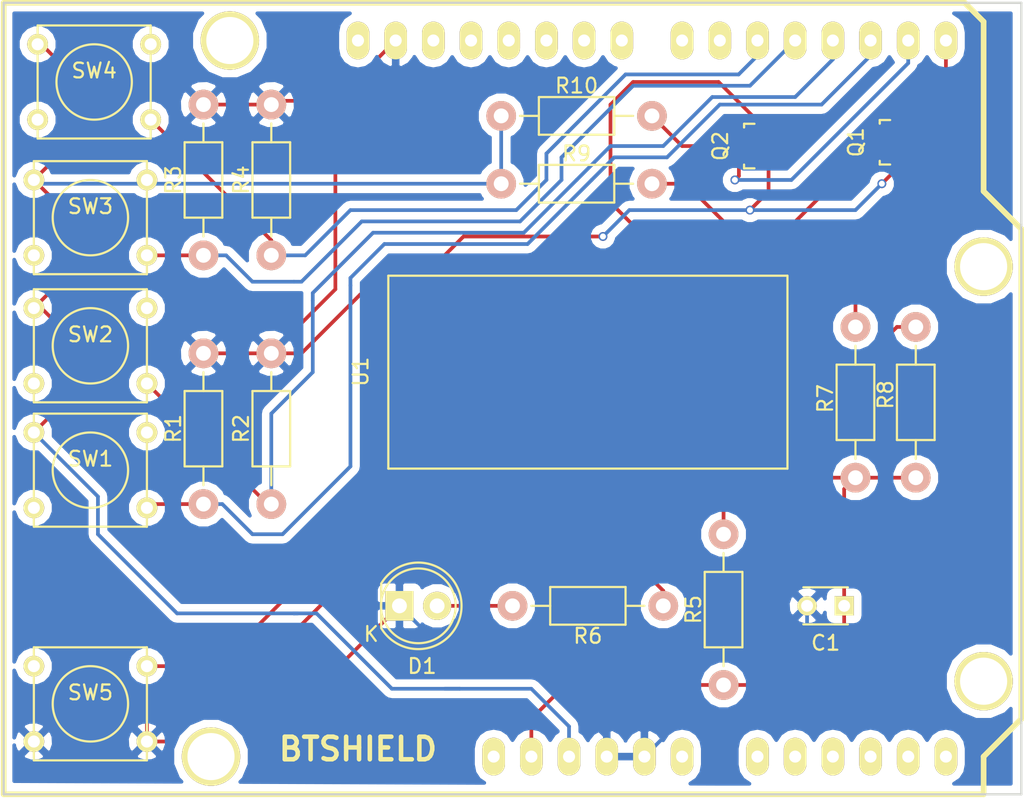
<source format=kicad_pcb>
(kicad_pcb (version 4) (host pcbnew "(2015-07-26 BZR 5996)-product")

  (general
    (links 56)
    (no_connects 0)
    (area 143.84703 49.076 217.560501 105.86)
    (thickness 1.6)
    (drawings 4)
    (tracks 213)
    (zones 0)
    (modules 21)
    (nets 34)
  )

  (page A4)
  (layers
    (0 F.Cu signal)
    (1 INTERNAL signal hide)
    (2 UNUSED signal hide)
    (31 B.Cu signal)
    (32 B.Adhes user)
    (33 F.Adhes user)
    (34 B.Paste user)
    (35 F.Paste user)
    (36 B.SilkS user)
    (37 F.SilkS user)
    (38 B.Mask user)
    (39 F.Mask user)
    (40 Dwgs.User user)
    (41 Cmts.User user)
    (42 Eco1.User user)
    (43 Eco2.User user)
    (44 Edge.Cuts user)
    (45 Margin user)
    (46 B.CrtYd user)
    (47 F.CrtYd user)
    (48 B.Fab user)
    (49 F.Fab user)
  )

  (setup
    (last_trace_width 0.25)
    (trace_clearance 0.2)
    (zone_clearance 0.508)
    (zone_45_only no)
    (trace_min 0.2)
    (segment_width 0.2)
    (edge_width 0.15)
    (via_size 0.6)
    (via_drill 0.4)
    (via_min_size 0.4)
    (via_min_drill 0.3)
    (uvia_size 0.3)
    (uvia_drill 0.1)
    (uvias_allowed no)
    (uvia_min_size 0.2)
    (uvia_min_drill 0.1)
    (pcb_text_width 0.3)
    (pcb_text_size 1.5 1.5)
    (mod_edge_width 0.15)
    (mod_text_size 0.000001 0.000001)
    (mod_text_width 0.15)
    (pad_size 1.4 1.4)
    (pad_drill 0.6)
    (pad_to_mask_clearance 0.2)
    (aux_axis_origin 0 0)
    (visible_elements FFFFFF7F)
    (pcbplotparams
      (layerselection 0x010f0_80000001)
      (usegerberextensions false)
      (excludeedgelayer true)
      (linewidth 0.100000)
      (plotframeref false)
      (viasonmask false)
      (mode 1)
      (useauxorigin false)
      (hpglpennumber 1)
      (hpglpenspeed 20)
      (hpglpendiameter 15)
      (hpglpenoverlay 2)
      (psnegative false)
      (psa4output false)
      (plotreference true)
      (plotvalue true)
      (plotinvisibletext false)
      (padsonsilk false)
      (subtractmaskfromsilk false)
      (outputformat 1)
      (mirror false)
      (drillshape 0)
      (scaleselection 1)
      (outputdirectory output))
  )

  (net 0 "")
  (net 1 +3V3)
  (net 2 GND)
  (net 3 "Net-(D1-Pad2)")
  (net 4 /logic_converter/L_TX)
  (net 5 /logic_converter/H_TX)
  (net 6 /logic_converter/L_RX)
  (net 7 /logic_converter/H_RX)
  (net 8 /BUTTON_1)
  (net 9 /BUTTON_2)
  (net 10 /BUTTON_3)
  (net 11 /BUTTON_4)
  (net 12 "Net-(R5-Pad2)")
  (net 13 +5V)
  (net 14 "Net-(SHIELD1-PadAD5)")
  (net 15 "Net-(SHIELD1-PadAD4)")
  (net 16 "Net-(SHIELD1-PadAD3)")
  (net 17 "Net-(SHIELD1-PadAD0)")
  (net 18 "Net-(SHIELD1-PadAD1)")
  (net 19 "Net-(SHIELD1-PadAD2)")
  (net 20 "Net-(SHIELD1-PadV_IN)")
  (net 21 "Net-(SHIELD1-PadRST)")
  (net 22 "Net-(SHIELD1-Pad6)")
  (net 23 "Net-(SHIELD1-Pad7)")
  (net 24 "Net-(SHIELD1-Pad8)")
  (net 25 "Net-(SHIELD1-Pad9)")
  (net 26 "Net-(SHIELD1-Pad10)")
  (net 27 "Net-(SHIELD1-Pad11)")
  (net 28 "Net-(SHIELD1-Pad12)")
  (net 29 "Net-(SHIELD1-Pad13)")
  (net 30 "Net-(SHIELD1-PadAREF)")
  (net 31 "Net-(U1-Pad4)")
  (net 32 "Net-(U1-Pad3)")
  (net 33 "Net-(R6-Pad2)")

  (net_class Default "This is the default net class."
    (clearance 0.2)
    (trace_width 0.25)
    (via_dia 0.6)
    (via_drill 0.4)
    (uvia_dia 0.3)
    (uvia_drill 0.1)
    (add_net +3V3)
    (add_net +5V)
    (add_net /BUTTON_1)
    (add_net /BUTTON_2)
    (add_net /BUTTON_3)
    (add_net /BUTTON_4)
    (add_net /logic_converter/H_RX)
    (add_net /logic_converter/H_TX)
    (add_net /logic_converter/L_RX)
    (add_net /logic_converter/L_TX)
    (add_net GND)
    (add_net "Net-(D1-Pad2)")
    (add_net "Net-(R5-Pad2)")
    (add_net "Net-(R6-Pad2)")
    (add_net "Net-(SHIELD1-Pad10)")
    (add_net "Net-(SHIELD1-Pad11)")
    (add_net "Net-(SHIELD1-Pad12)")
    (add_net "Net-(SHIELD1-Pad13)")
    (add_net "Net-(SHIELD1-Pad6)")
    (add_net "Net-(SHIELD1-Pad7)")
    (add_net "Net-(SHIELD1-Pad8)")
    (add_net "Net-(SHIELD1-Pad9)")
    (add_net "Net-(SHIELD1-PadAD0)")
    (add_net "Net-(SHIELD1-PadAD1)")
    (add_net "Net-(SHIELD1-PadAD2)")
    (add_net "Net-(SHIELD1-PadAD3)")
    (add_net "Net-(SHIELD1-PadAD4)")
    (add_net "Net-(SHIELD1-PadAD5)")
    (add_net "Net-(SHIELD1-PadAREF)")
    (add_net "Net-(SHIELD1-PadRST)")
    (add_net "Net-(SHIELD1-PadV_IN)")
    (add_net "Net-(U1-Pad3)")
    (add_net "Net-(U1-Pad4)")
  )

  (module Capacitors_ThroughHole:C_Disc_D3_P2.5 placed (layer F.Cu) (tedit 0) (tstamp 55B6E6B1)
    (at 205.232 92.71 180)
    (descr "Capacitor 3mm Disc, Pitch 2.5mm")
    (tags Capacitor)
    (path /55BA627D)
    (fp_text reference C1 (at 1.25 -2.5 180) (layer F.SilkS)
      (effects (font (size 1 1) (thickness 0.15)))
    )
    (fp_text value C (at 1.25 2.5 180) (layer F.Fab)
      (effects (font (size 1 1) (thickness 0.15)))
    )
    (fp_line (start -0.9 -1.5) (end 3.4 -1.5) (layer F.CrtYd) (width 0.05))
    (fp_line (start 3.4 -1.5) (end 3.4 1.5) (layer F.CrtYd) (width 0.05))
    (fp_line (start 3.4 1.5) (end -0.9 1.5) (layer F.CrtYd) (width 0.05))
    (fp_line (start -0.9 1.5) (end -0.9 -1.5) (layer F.CrtYd) (width 0.05))
    (fp_line (start -0.25 -1.25) (end 2.75 -1.25) (layer F.SilkS) (width 0.15))
    (fp_line (start 2.75 1.25) (end -0.25 1.25) (layer F.SilkS) (width 0.15))
    (pad 1 thru_hole rect (at 0 0 180) (size 1.3 1.3) (drill 0.8) (layers *.Cu *.Mask F.SilkS)
      (net 1 +3V3))
    (pad 2 thru_hole circle (at 2.5 0 180) (size 1.3 1.3) (drill 0.8001) (layers *.Cu *.Mask F.SilkS)
      (net 2 GND))
    (model Capacitors_ThroughHole.3dshapes/C_Disc_D3_P2.5.wrl
      (at (xyz 0.0492126 0 0))
      (scale (xyz 1 1 1))
      (rotate (xyz 0 0 0))
    )
  )

  (module LED-5MM placed (layer F.Cu) (tedit 5570F7EA) (tstamp 55B6E6BD)
    (at 175.26 92.71)
    (descr "LED 5mm round vertical")
    (tags "LED 5mm round vertical")
    (path /55B78BDD)
    (fp_text reference D1 (at 1.524 4.064) (layer F.SilkS)
      (effects (font (size 1 1) (thickness 0.15)))
    )
    (fp_text value LED (at 1.524 -3.937) (layer F.Fab)
      (effects (font (size 1 1) (thickness 0.15)))
    )
    (fp_line (start -1.5 -1.55) (end -1.5 1.55) (layer F.CrtYd) (width 0.05))
    (fp_arc (start 1.3 0) (end -1.5 1.55) (angle -302) (layer F.CrtYd) (width 0.05))
    (fp_arc (start 1.27 0) (end -1.23 -1.5) (angle 297.5) (layer F.SilkS) (width 0.15))
    (fp_line (start -1.23 1.5) (end -1.23 -1.5) (layer F.SilkS) (width 0.15))
    (fp_circle (center 1.27 0) (end 0.97 -2.5) (layer F.SilkS) (width 0.15))
    (fp_text user K (at -1.905 1.905) (layer F.SilkS)
      (effects (font (size 1 1) (thickness 0.15)))
    )
    (pad 1 thru_hole rect (at 0 0 90) (size 2 1.9) (drill 1.00076) (layers *.Cu *.Mask F.SilkS)
      (net 2 GND))
    (pad 2 thru_hole circle (at 2.54 0) (size 1.9 1.9) (drill 1.00076) (layers *.Cu *.Mask F.SilkS)
      (net 3 "Net-(D1-Pad2)"))
    (model LEDs.3dshapes/LED-5MM.wrl
      (at (xyz 0.05 0 0))
      (scale (xyz 1 1 1))
      (rotate (xyz 0 0 90))
    )
  )

  (module SOT-23 placed (layer F.Cu) (tedit 553634F8) (tstamp 55B6E6CD)
    (at 208.28 61.468 90)
    (descr "SOT-23, Standard")
    (tags SOT-23)
    (path /55B5AC98/55B5B81E)
    (attr smd)
    (fp_text reference Q1 (at 0 -2.25 90) (layer F.SilkS)
      (effects (font (size 1 1) (thickness 0.15)))
    )
    (fp_text value BSS138 (at 0 2.3 90) (layer F.Fab)
      (effects (font (size 1 1) (thickness 0.15)))
    )
    (fp_line (start -1.65 -1.6) (end 1.65 -1.6) (layer F.CrtYd) (width 0.05))
    (fp_line (start 1.65 -1.6) (end 1.65 1.6) (layer F.CrtYd) (width 0.05))
    (fp_line (start 1.65 1.6) (end -1.65 1.6) (layer F.CrtYd) (width 0.05))
    (fp_line (start -1.65 1.6) (end -1.65 -1.6) (layer F.CrtYd) (width 0.05))
    (fp_line (start 1.29916 -0.65024) (end 1.2509 -0.65024) (layer F.SilkS) (width 0.15))
    (fp_line (start -1.49982 0.0508) (end -1.49982 -0.65024) (layer F.SilkS) (width 0.15))
    (fp_line (start -1.49982 -0.65024) (end -1.2509 -0.65024) (layer F.SilkS) (width 0.15))
    (fp_line (start 1.29916 -0.65024) (end 1.49982 -0.65024) (layer F.SilkS) (width 0.15))
    (fp_line (start 1.49982 -0.65024) (end 1.49982 0.0508) (layer F.SilkS) (width 0.15))
    (pad 1 smd rect (at -0.95 1.00076 90) (size 0.8001 0.8001) (layers F.Cu F.Paste F.Mask)
      (net 1 +3V3))
    (pad 2 smd rect (at 0.95 1.00076 90) (size 0.8001 0.8001) (layers F.Cu F.Paste F.Mask)
      (net 4 /logic_converter/L_TX))
    (pad 3 smd rect (at 0 -0.99822 90) (size 0.8001 0.8001) (layers F.Cu F.Paste F.Mask)
      (net 5 /logic_converter/H_TX))
    (model Housings_SOT-23_SOT-143_TSOT-6.3dshapes/SOT-23.wrl
      (at (xyz 0 0 0))
      (scale (xyz 1 1 1))
      (rotate (xyz 0 0 0))
    )
  )

  (module SOT-23 placed (layer F.Cu) (tedit 553634F8) (tstamp 55B6E6DD)
    (at 199.136 61.722 90)
    (descr "SOT-23, Standard")
    (tags SOT-23)
    (path /55B5AC98/55B5B67E)
    (attr smd)
    (fp_text reference Q2 (at 0 -2.25 90) (layer F.SilkS)
      (effects (font (size 1 1) (thickness 0.15)))
    )
    (fp_text value BSS138 (at 0 2.3 90) (layer F.Fab)
      (effects (font (size 1 1) (thickness 0.15)))
    )
    (fp_line (start -1.65 -1.6) (end 1.65 -1.6) (layer F.CrtYd) (width 0.05))
    (fp_line (start 1.65 -1.6) (end 1.65 1.6) (layer F.CrtYd) (width 0.05))
    (fp_line (start 1.65 1.6) (end -1.65 1.6) (layer F.CrtYd) (width 0.05))
    (fp_line (start -1.65 1.6) (end -1.65 -1.6) (layer F.CrtYd) (width 0.05))
    (fp_line (start 1.29916 -0.65024) (end 1.2509 -0.65024) (layer F.SilkS) (width 0.15))
    (fp_line (start -1.49982 0.0508) (end -1.49982 -0.65024) (layer F.SilkS) (width 0.15))
    (fp_line (start -1.49982 -0.65024) (end -1.2509 -0.65024) (layer F.SilkS) (width 0.15))
    (fp_line (start 1.29916 -0.65024) (end 1.49982 -0.65024) (layer F.SilkS) (width 0.15))
    (fp_line (start 1.49982 -0.65024) (end 1.49982 0.0508) (layer F.SilkS) (width 0.15))
    (pad 1 smd rect (at -0.95 1.00076 90) (size 0.8001 0.8001) (layers F.Cu F.Paste F.Mask)
      (net 1 +3V3))
    (pad 2 smd rect (at 0.95 1.00076 90) (size 0.8001 0.8001) (layers F.Cu F.Paste F.Mask)
      (net 6 /logic_converter/L_RX))
    (pad 3 smd rect (at 0 -0.99822 90) (size 0.8001 0.8001) (layers F.Cu F.Paste F.Mask)
      (net 7 /logic_converter/H_RX))
    (model Housings_SOT-23_SOT-143_TSOT-6.3dshapes/SOT-23.wrl
      (at (xyz 0 0 0))
      (scale (xyz 1 1 1))
      (rotate (xyz 0 0 0))
    )
  )

  (module Resistors_ThroughHole:Resistor_Horizontal_RM10mm placed (layer F.Cu) (tedit 55B9A14A) (tstamp 55B6E6E9)
    (at 162.052 80.772 270)
    (descr "Resistor, Axial,  RM 10mm, 1/3W,")
    (tags "Resistor, Axial, RM 10mm, 1/3W,")
    (path /55B6D4A4)
    (fp_text reference R1 (at 0 2.032 270) (layer F.SilkS)
      (effects (font (size 1 1) (thickness 0.15)))
    )
    (fp_text value 1k (at 0 0 270) (layer F.Fab)
      (effects (font (size 1 1) (thickness 0.15)))
    )
    (fp_line (start -2.54 -1.27) (end 2.54 -1.27) (layer F.SilkS) (width 0.15))
    (fp_line (start 2.54 -1.27) (end 2.54 1.27) (layer F.SilkS) (width 0.15))
    (fp_line (start 2.54 1.27) (end -2.54 1.27) (layer F.SilkS) (width 0.15))
    (fp_line (start -2.54 1.27) (end -2.54 -1.27) (layer F.SilkS) (width 0.15))
    (fp_line (start -2.54 0) (end -3.81 0) (layer F.SilkS) (width 0.15))
    (fp_line (start 2.54 0) (end 3.81 0) (layer F.SilkS) (width 0.15))
    (pad 1 thru_hole circle (at -5.08 0 270) (size 1.99898 1.99898) (drill 1.00076) (layers *.Cu *.SilkS *.Mask)
      (net 2 GND))
    (pad 2 thru_hole circle (at 5.08 0 270) (size 1.99898 1.99898) (drill 1.00076) (layers *.Cu *.SilkS *.Mask)
      (net 8 /BUTTON_1))
    (model Resistors_ThroughHole.3dshapes/Resistor_Horizontal_RM10mm.wrl
      (at (xyz 0 0 0))
      (scale (xyz 0.4 0.4 0.4))
      (rotate (xyz 0 0 0))
    )
  )

  (module Resistors_ThroughHole:Resistor_Horizontal_RM10mm placed (layer F.Cu) (tedit 55B9A14F) (tstamp 55B6E6F5)
    (at 166.624 80.772 270)
    (descr "Resistor, Axial,  RM 10mm, 1/3W,")
    (tags "Resistor, Axial, RM 10mm, 1/3W,")
    (path /55B73A21)
    (fp_text reference R2 (at 0 2.032 270) (layer F.SilkS)
      (effects (font (size 1 1) (thickness 0.15)))
    )
    (fp_text value 1k (at 0 0 270) (layer F.Fab)
      (effects (font (size 1 1) (thickness 0.15)))
    )
    (fp_line (start -2.54 -1.27) (end 2.54 -1.27) (layer F.SilkS) (width 0.15))
    (fp_line (start 2.54 -1.27) (end 2.54 1.27) (layer F.SilkS) (width 0.15))
    (fp_line (start 2.54 1.27) (end -2.54 1.27) (layer F.SilkS) (width 0.15))
    (fp_line (start -2.54 1.27) (end -2.54 -1.27) (layer F.SilkS) (width 0.15))
    (fp_line (start -2.54 0) (end -3.81 0) (layer F.SilkS) (width 0.15))
    (fp_line (start 2.54 0) (end 3.81 0) (layer F.SilkS) (width 0.15))
    (pad 1 thru_hole circle (at -5.08 0 270) (size 1.99898 1.99898) (drill 1.00076) (layers *.Cu *.SilkS *.Mask)
      (net 2 GND))
    (pad 2 thru_hole circle (at 5.08 0 270) (size 1.99898 1.99898) (drill 1.00076) (layers *.Cu *.SilkS *.Mask)
      (net 9 /BUTTON_2))
    (model Resistors_ThroughHole.3dshapes/Resistor_Horizontal_RM10mm.wrl
      (at (xyz 0 0 0))
      (scale (xyz 0.4 0.4 0.4))
      (rotate (xyz 0 0 0))
    )
  )

  (module Resistors_ThroughHole:Resistor_Horizontal_RM10mm placed (layer F.Cu) (tedit 55B9A15C) (tstamp 55B6E701)
    (at 162.052 64.008 270)
    (descr "Resistor, Axial,  RM 10mm, 1/3W,")
    (tags "Resistor, Axial, RM 10mm, 1/3W,")
    (path /55B7405B)
    (fp_text reference R3 (at 0 2.032 270) (layer F.SilkS)
      (effects (font (size 1 1) (thickness 0.15)))
    )
    (fp_text value 1k (at 0.254 0 270) (layer F.Fab)
      (effects (font (size 1 1) (thickness 0.15)))
    )
    (fp_line (start -2.54 -1.27) (end 2.54 -1.27) (layer F.SilkS) (width 0.15))
    (fp_line (start 2.54 -1.27) (end 2.54 1.27) (layer F.SilkS) (width 0.15))
    (fp_line (start 2.54 1.27) (end -2.54 1.27) (layer F.SilkS) (width 0.15))
    (fp_line (start -2.54 1.27) (end -2.54 -1.27) (layer F.SilkS) (width 0.15))
    (fp_line (start -2.54 0) (end -3.81 0) (layer F.SilkS) (width 0.15))
    (fp_line (start 2.54 0) (end 3.81 0) (layer F.SilkS) (width 0.15))
    (pad 1 thru_hole circle (at -5.08 0 270) (size 1.99898 1.99898) (drill 1.00076) (layers *.Cu *.SilkS *.Mask)
      (net 2 GND))
    (pad 2 thru_hole circle (at 5.08 0 270) (size 1.99898 1.99898) (drill 1.00076) (layers *.Cu *.SilkS *.Mask)
      (net 10 /BUTTON_3))
    (model Resistors_ThroughHole.3dshapes/Resistor_Horizontal_RM10mm.wrl
      (at (xyz 0 0 0))
      (scale (xyz 0.4 0.4 0.4))
      (rotate (xyz 0 0 0))
    )
  )

  (module Resistors_ThroughHole:Resistor_Horizontal_RM10mm placed (layer F.Cu) (tedit 55B9A157) (tstamp 55B6E70D)
    (at 166.624 64.008 270)
    (descr "Resistor, Axial,  RM 10mm, 1/3W,")
    (tags "Resistor, Axial, RM 10mm, 1/3W,")
    (path /55B74127)
    (fp_text reference R4 (at 0 2.032 270) (layer F.SilkS)
      (effects (font (size 1 1) (thickness 0.15)))
    )
    (fp_text value 1k (at 0 0 270) (layer F.Fab)
      (effects (font (size 1 1) (thickness 0.15)))
    )
    (fp_line (start -2.54 -1.27) (end 2.54 -1.27) (layer F.SilkS) (width 0.15))
    (fp_line (start 2.54 -1.27) (end 2.54 1.27) (layer F.SilkS) (width 0.15))
    (fp_line (start 2.54 1.27) (end -2.54 1.27) (layer F.SilkS) (width 0.15))
    (fp_line (start -2.54 1.27) (end -2.54 -1.27) (layer F.SilkS) (width 0.15))
    (fp_line (start -2.54 0) (end -3.81 0) (layer F.SilkS) (width 0.15))
    (fp_line (start 2.54 0) (end 3.81 0) (layer F.SilkS) (width 0.15))
    (pad 1 thru_hole circle (at -5.08 0 270) (size 1.99898 1.99898) (drill 1.00076) (layers *.Cu *.SilkS *.Mask)
      (net 2 GND))
    (pad 2 thru_hole circle (at 5.08 0 270) (size 1.99898 1.99898) (drill 1.00076) (layers *.Cu *.SilkS *.Mask)
      (net 11 /BUTTON_4))
    (model Resistors_ThroughHole.3dshapes/Resistor_Horizontal_RM10mm.wrl
      (at (xyz 0 0 0))
      (scale (xyz 0.4 0.4 0.4))
      (rotate (xyz 0 0 0))
    )
  )

  (module Resistors_ThroughHole:Resistor_Horizontal_RM10mm placed (layer F.Cu) (tedit 55B9A174) (tstamp 55B6E719)
    (at 197.104 92.964 90)
    (descr "Resistor, Axial,  RM 10mm, 1/3W,")
    (tags "Resistor, Axial, RM 10mm, 1/3W,")
    (path /55B7746D)
    (fp_text reference R5 (at 0 -2.032 90) (layer F.SilkS)
      (effects (font (size 1 1) (thickness 0.15)))
    )
    (fp_text value 1k (at 0 0 90) (layer F.Fab)
      (effects (font (size 1 1) (thickness 0.15)))
    )
    (fp_line (start -2.54 -1.27) (end 2.54 -1.27) (layer F.SilkS) (width 0.15))
    (fp_line (start 2.54 -1.27) (end 2.54 1.27) (layer F.SilkS) (width 0.15))
    (fp_line (start 2.54 1.27) (end -2.54 1.27) (layer F.SilkS) (width 0.15))
    (fp_line (start -2.54 1.27) (end -2.54 -1.27) (layer F.SilkS) (width 0.15))
    (fp_line (start -2.54 0) (end -3.81 0) (layer F.SilkS) (width 0.15))
    (fp_line (start 2.54 0) (end 3.81 0) (layer F.SilkS) (width 0.15))
    (pad 1 thru_hole circle (at -5.08 0 90) (size 1.99898 1.99898) (drill 1.00076) (layers *.Cu *.SilkS *.Mask)
      (net 1 +3V3))
    (pad 2 thru_hole circle (at 5.08 0 90) (size 1.99898 1.99898) (drill 1.00076) (layers *.Cu *.SilkS *.Mask)
      (net 12 "Net-(R5-Pad2)"))
    (model Resistors_ThroughHole.3dshapes/Resistor_Horizontal_RM10mm.wrl
      (at (xyz 0 0 0))
      (scale (xyz 0.4 0.4 0.4))
      (rotate (xyz 0 0 0))
    )
  )

  (module Resistors_ThroughHole:Resistor_Horizontal_RM10mm placed (layer F.Cu) (tedit 55B9A179) (tstamp 55B6E725)
    (at 187.96 92.71)
    (descr "Resistor, Axial,  RM 10mm, 1/3W,")
    (tags "Resistor, Axial, RM 10mm, 1/3W,")
    (path /55BAB88D)
    (fp_text reference R6 (at 0 2.032) (layer F.SilkS)
      (effects (font (size 1 1) (thickness 0.15)))
    )
    (fp_text value 470 (at 0 0) (layer F.Fab)
      (effects (font (size 1 1) (thickness 0.15)))
    )
    (fp_line (start -2.54 -1.27) (end 2.54 -1.27) (layer F.SilkS) (width 0.15))
    (fp_line (start 2.54 -1.27) (end 2.54 1.27) (layer F.SilkS) (width 0.15))
    (fp_line (start 2.54 1.27) (end -2.54 1.27) (layer F.SilkS) (width 0.15))
    (fp_line (start -2.54 1.27) (end -2.54 -1.27) (layer F.SilkS) (width 0.15))
    (fp_line (start -2.54 0) (end -3.81 0) (layer F.SilkS) (width 0.15))
    (fp_line (start 2.54 0) (end 3.81 0) (layer F.SilkS) (width 0.15))
    (pad 1 thru_hole circle (at -5.08 0) (size 1.99898 1.99898) (drill 1.00076) (layers *.Cu *.SilkS *.Mask)
      (net 3 "Net-(D1-Pad2)"))
    (pad 2 thru_hole circle (at 5.08 0) (size 1.99898 1.99898) (drill 1.00076) (layers *.Cu *.SilkS *.Mask)
      (net 33 "Net-(R6-Pad2)"))
    (model Resistors_ThroughHole.3dshapes/Resistor_Horizontal_RM10mm.wrl
      (at (xyz 0 0 0))
      (scale (xyz 0.4 0.4 0.4))
      (rotate (xyz 0 0 0))
    )
  )

  (module Resistors_ThroughHole:Resistor_Horizontal_RM10mm placed (layer F.Cu) (tedit 55B9A168) (tstamp 55B6E731)
    (at 205.994 78.994 90)
    (descr "Resistor, Axial,  RM 10mm, 1/3W,")
    (tags "Resistor, Axial, RM 10mm, 1/3W,")
    (path /55B5AC98/55B5ACEF)
    (fp_text reference R7 (at 0.254 -2.032 90) (layer F.SilkS)
      (effects (font (size 1 1) (thickness 0.15)))
    )
    (fp_text value 10k (at 0.508 0 90) (layer F.Fab)
      (effects (font (size 1 1) (thickness 0.15)))
    )
    (fp_line (start -2.54 -1.27) (end 2.54 -1.27) (layer F.SilkS) (width 0.15))
    (fp_line (start 2.54 -1.27) (end 2.54 1.27) (layer F.SilkS) (width 0.15))
    (fp_line (start 2.54 1.27) (end -2.54 1.27) (layer F.SilkS) (width 0.15))
    (fp_line (start -2.54 1.27) (end -2.54 -1.27) (layer F.SilkS) (width 0.15))
    (fp_line (start -2.54 0) (end -3.81 0) (layer F.SilkS) (width 0.15))
    (fp_line (start 2.54 0) (end 3.81 0) (layer F.SilkS) (width 0.15))
    (pad 1 thru_hole circle (at -5.08 0 90) (size 1.99898 1.99898) (drill 1.00076) (layers *.Cu *.SilkS *.Mask)
      (net 1 +3V3))
    (pad 2 thru_hole circle (at 5.08 0 90) (size 1.99898 1.99898) (drill 1.00076) (layers *.Cu *.SilkS *.Mask)
      (net 4 /logic_converter/L_TX))
    (model Resistors_ThroughHole.3dshapes/Resistor_Horizontal_RM10mm.wrl
      (at (xyz 0 0 0))
      (scale (xyz 0.4 0.4 0.4))
      (rotate (xyz 0 0 0))
    )
  )

  (module Resistors_ThroughHole:Resistor_Horizontal_RM10mm placed (layer F.Cu) (tedit 55B9A16B) (tstamp 55B6E73D)
    (at 210.058 78.994 90)
    (descr "Resistor, Axial,  RM 10mm, 1/3W,")
    (tags "Resistor, Axial, RM 10mm, 1/3W,")
    (path /55B5AC98/55B5B5D4)
    (fp_text reference R8 (at 0.508 -2.032 90) (layer F.SilkS)
      (effects (font (size 1 1) (thickness 0.15)))
    )
    (fp_text value 10k (at 0.508 0 90) (layer F.Fab)
      (effects (font (size 1 1) (thickness 0.15)))
    )
    (fp_line (start -2.54 -1.27) (end 2.54 -1.27) (layer F.SilkS) (width 0.15))
    (fp_line (start 2.54 -1.27) (end 2.54 1.27) (layer F.SilkS) (width 0.15))
    (fp_line (start 2.54 1.27) (end -2.54 1.27) (layer F.SilkS) (width 0.15))
    (fp_line (start -2.54 1.27) (end -2.54 -1.27) (layer F.SilkS) (width 0.15))
    (fp_line (start -2.54 0) (end -3.81 0) (layer F.SilkS) (width 0.15))
    (fp_line (start 2.54 0) (end 3.81 0) (layer F.SilkS) (width 0.15))
    (pad 1 thru_hole circle (at -5.08 0 90) (size 1.99898 1.99898) (drill 1.00076) (layers *.Cu *.SilkS *.Mask)
      (net 1 +3V3))
    (pad 2 thru_hole circle (at 5.08 0 90) (size 1.99898 1.99898) (drill 1.00076) (layers *.Cu *.SilkS *.Mask)
      (net 6 /logic_converter/L_RX))
    (model Resistors_ThroughHole.3dshapes/Resistor_Horizontal_RM10mm.wrl
      (at (xyz 0 0 0))
      (scale (xyz 0.4 0.4 0.4))
      (rotate (xyz 0 0 0))
    )
  )

  (module Resistors_ThroughHole:Resistor_Horizontal_RM10mm placed (layer F.Cu) (tedit 55B9A134) (tstamp 55B6E749)
    (at 187.198 64.262)
    (descr "Resistor, Axial,  RM 10mm, 1/3W,")
    (tags "Resistor, Axial, RM 10mm, 1/3W,")
    (path /55B5AC98/55B5B3FD)
    (fp_text reference R9 (at 0 -2.032) (layer F.SilkS)
      (effects (font (size 1 1) (thickness 0.15)))
    )
    (fp_text value 10k (at 0 0) (layer F.Fab)
      (effects (font (size 1 1) (thickness 0.15)))
    )
    (fp_line (start -2.54 -1.27) (end 2.54 -1.27) (layer F.SilkS) (width 0.15))
    (fp_line (start 2.54 -1.27) (end 2.54 1.27) (layer F.SilkS) (width 0.15))
    (fp_line (start 2.54 1.27) (end -2.54 1.27) (layer F.SilkS) (width 0.15))
    (fp_line (start -2.54 1.27) (end -2.54 -1.27) (layer F.SilkS) (width 0.15))
    (fp_line (start -2.54 0) (end -3.81 0) (layer F.SilkS) (width 0.15))
    (fp_line (start 2.54 0) (end 3.81 0) (layer F.SilkS) (width 0.15))
    (pad 1 thru_hole circle (at -5.08 0) (size 1.99898 1.99898) (drill 1.00076) (layers *.Cu *.SilkS *.Mask)
      (net 13 +5V))
    (pad 2 thru_hole circle (at 5.08 0) (size 1.99898 1.99898) (drill 1.00076) (layers *.Cu *.SilkS *.Mask)
      (net 5 /logic_converter/H_TX))
    (model Resistors_ThroughHole.3dshapes/Resistor_Horizontal_RM10mm.wrl
      (at (xyz 0 0 0))
      (scale (xyz 0.4 0.4 0.4))
      (rotate (xyz 0 0 0))
    )
  )

  (module Resistors_ThroughHole:Resistor_Horizontal_RM10mm placed (layer F.Cu) (tedit 55B9A12A) (tstamp 55B6E755)
    (at 187.198 59.69)
    (descr "Resistor, Axial,  RM 10mm, 1/3W,")
    (tags "Resistor, Axial, RM 10mm, 1/3W,")
    (path /55B5AC98/55B5B63A)
    (fp_text reference R10 (at 0 -2.032) (layer F.SilkS)
      (effects (font (size 1 1) (thickness 0.15)))
    )
    (fp_text value 10k (at 0 0) (layer F.Fab)
      (effects (font (size 1 1) (thickness 0.15)))
    )
    (fp_line (start -2.54 -1.27) (end 2.54 -1.27) (layer F.SilkS) (width 0.15))
    (fp_line (start 2.54 -1.27) (end 2.54 1.27) (layer F.SilkS) (width 0.15))
    (fp_line (start 2.54 1.27) (end -2.54 1.27) (layer F.SilkS) (width 0.15))
    (fp_line (start -2.54 1.27) (end -2.54 -1.27) (layer F.SilkS) (width 0.15))
    (fp_line (start -2.54 0) (end -3.81 0) (layer F.SilkS) (width 0.15))
    (fp_line (start 2.54 0) (end 3.81 0) (layer F.SilkS) (width 0.15))
    (pad 1 thru_hole circle (at -5.08 0) (size 1.99898 1.99898) (drill 1.00076) (layers *.Cu *.SilkS *.Mask)
      (net 13 +5V))
    (pad 2 thru_hole circle (at 5.08 0) (size 1.99898 1.99898) (drill 1.00076) (layers *.Cu *.SilkS *.Mask)
      (net 7 /logic_converter/H_RX))
    (model Resistors_ThroughHole.3dshapes/Resistor_Horizontal_RM10mm.wrl
      (at (xyz 0 0 0))
      (scale (xyz 0.4 0.4 0.4))
      (rotate (xyz 0 0 0))
    )
  )

  (module Buttons_Switches_ThroughHole:SW_PUSH_SMALL placed (layer F.Cu) (tedit 0) (tstamp 55B6E78F)
    (at 154.432 83.566)
    (path /55B662BB)
    (fp_text reference SW1 (at 0 -0.762) (layer F.SilkS)
      (effects (font (size 1 1) (thickness 0.15)))
    )
    (fp_text value SW_PUSH (at 0 1.016) (layer F.Fab)
      (effects (font (size 1 1) (thickness 0.15)))
    )
    (fp_circle (center 0 0) (end 0 -2.54) (layer F.SilkS) (width 0.15))
    (fp_line (start -3.81 -3.81) (end 3.81 -3.81) (layer F.SilkS) (width 0.15))
    (fp_line (start 3.81 -3.81) (end 3.81 3.81) (layer F.SilkS) (width 0.15))
    (fp_line (start 3.81 3.81) (end -3.81 3.81) (layer F.SilkS) (width 0.15))
    (fp_line (start -3.81 -3.81) (end -3.81 3.81) (layer F.SilkS) (width 0.15))
    (pad 1 thru_hole circle (at 3.81 -2.54) (size 1.397 1.397) (drill 0.8128) (layers *.Cu *.Mask F.SilkS)
      (net 13 +5V))
    (pad 2 thru_hole circle (at 3.81 2.54) (size 1.397 1.397) (drill 0.8128) (layers *.Cu *.Mask F.SilkS)
      (net 8 /BUTTON_1))
    (pad 1 thru_hole circle (at -3.81 -2.54) (size 1.397 1.397) (drill 0.8128) (layers *.Cu *.Mask F.SilkS)
      (net 13 +5V))
    (pad 2 thru_hole circle (at -3.81 2.54) (size 1.397 1.397) (drill 0.8128) (layers *.Cu *.Mask F.SilkS)
      (net 8 /BUTTON_1))
  )

  (module Buttons_Switches_ThroughHole:SW_PUSH_SMALL placed (layer F.Cu) (tedit 0) (tstamp 55B6E79C)
    (at 154.432 75.184)
    (path /55B66390)
    (fp_text reference SW2 (at 0 -0.762) (layer F.SilkS)
      (effects (font (size 1 1) (thickness 0.15)))
    )
    (fp_text value SW_PUSH (at 0 1.016) (layer F.Fab)
      (effects (font (size 1 1) (thickness 0.15)))
    )
    (fp_circle (center 0 0) (end 0 -2.54) (layer F.SilkS) (width 0.15))
    (fp_line (start -3.81 -3.81) (end 3.81 -3.81) (layer F.SilkS) (width 0.15))
    (fp_line (start 3.81 -3.81) (end 3.81 3.81) (layer F.SilkS) (width 0.15))
    (fp_line (start 3.81 3.81) (end -3.81 3.81) (layer F.SilkS) (width 0.15))
    (fp_line (start -3.81 -3.81) (end -3.81 3.81) (layer F.SilkS) (width 0.15))
    (pad 1 thru_hole circle (at 3.81 -2.54) (size 1.397 1.397) (drill 0.8128) (layers *.Cu *.Mask F.SilkS)
      (net 13 +5V))
    (pad 2 thru_hole circle (at 3.81 2.54) (size 1.397 1.397) (drill 0.8128) (layers *.Cu *.Mask F.SilkS)
      (net 9 /BUTTON_2))
    (pad 1 thru_hole circle (at -3.81 -2.54) (size 1.397 1.397) (drill 0.8128) (layers *.Cu *.Mask F.SilkS)
      (net 13 +5V))
    (pad 2 thru_hole circle (at -3.81 2.54) (size 1.397 1.397) (drill 0.8128) (layers *.Cu *.Mask F.SilkS)
      (net 9 /BUTTON_2))
  )

  (module Buttons_Switches_ThroughHole:SW_PUSH_SMALL placed (layer F.Cu) (tedit 0) (tstamp 55B6E7A9)
    (at 154.432 66.548)
    (path /55B6641F)
    (fp_text reference SW3 (at 0 -0.762) (layer F.SilkS)
      (effects (font (size 1 1) (thickness 0.15)))
    )
    (fp_text value SW_PUSH (at 0 1.016) (layer F.Fab)
      (effects (font (size 1 1) (thickness 0.15)))
    )
    (fp_circle (center 0 0) (end 0 -2.54) (layer F.SilkS) (width 0.15))
    (fp_line (start -3.81 -3.81) (end 3.81 -3.81) (layer F.SilkS) (width 0.15))
    (fp_line (start 3.81 -3.81) (end 3.81 3.81) (layer F.SilkS) (width 0.15))
    (fp_line (start 3.81 3.81) (end -3.81 3.81) (layer F.SilkS) (width 0.15))
    (fp_line (start -3.81 -3.81) (end -3.81 3.81) (layer F.SilkS) (width 0.15))
    (pad 1 thru_hole circle (at 3.81 -2.54) (size 1.397 1.397) (drill 0.8128) (layers *.Cu *.Mask F.SilkS)
      (net 13 +5V))
    (pad 2 thru_hole circle (at 3.81 2.54) (size 1.397 1.397) (drill 0.8128) (layers *.Cu *.Mask F.SilkS)
      (net 10 /BUTTON_3))
    (pad 1 thru_hole circle (at -3.81 -2.54) (size 1.397 1.397) (drill 0.8128) (layers *.Cu *.Mask F.SilkS)
      (net 13 +5V))
    (pad 2 thru_hole circle (at -3.81 2.54) (size 1.397 1.397) (drill 0.8128) (layers *.Cu *.Mask F.SilkS)
      (net 10 /BUTTON_3))
  )

  (module Buttons_Switches_ThroughHole:SW_PUSH_SMALL placed (layer F.Cu) (tedit 0) (tstamp 55B6E7B6)
    (at 154.686 57.404)
    (path /55B66965)
    (fp_text reference SW4 (at 0 -0.762) (layer F.SilkS)
      (effects (font (size 1 1) (thickness 0.15)))
    )
    (fp_text value SW_PUSH (at 0 1.016) (layer F.Fab)
      (effects (font (size 1 1) (thickness 0.15)))
    )
    (fp_circle (center 0 0) (end 0 -2.54) (layer F.SilkS) (width 0.15))
    (fp_line (start -3.81 -3.81) (end 3.81 -3.81) (layer F.SilkS) (width 0.15))
    (fp_line (start 3.81 -3.81) (end 3.81 3.81) (layer F.SilkS) (width 0.15))
    (fp_line (start 3.81 3.81) (end -3.81 3.81) (layer F.SilkS) (width 0.15))
    (fp_line (start -3.81 -3.81) (end -3.81 3.81) (layer F.SilkS) (width 0.15))
    (pad 1 thru_hole circle (at 3.81 -2.54) (size 1.397 1.397) (drill 0.8128) (layers *.Cu *.Mask F.SilkS)
      (net 13 +5V))
    (pad 2 thru_hole circle (at 3.81 2.54) (size 1.397 1.397) (drill 0.8128) (layers *.Cu *.Mask F.SilkS)
      (net 11 /BUTTON_4))
    (pad 1 thru_hole circle (at -3.81 -2.54) (size 1.397 1.397) (drill 0.8128) (layers *.Cu *.Mask F.SilkS)
      (net 13 +5V))
    (pad 2 thru_hole circle (at -3.81 2.54) (size 1.397 1.397) (drill 0.8128) (layers *.Cu *.Mask F.SilkS)
      (net 11 /BUTTON_4))
  )

  (module Buttons_Switches_ThroughHole:SW_PUSH_SMALL placed (layer F.Cu) (tedit 0) (tstamp 55B6E7C3)
    (at 154.432 99.314)
    (path /55B68103)
    (fp_text reference SW5 (at 0 -0.762) (layer F.SilkS)
      (effects (font (size 1 1) (thickness 0.15)))
    )
    (fp_text value SW_PUSH (at 0 1.016) (layer F.Fab)
      (effects (font (size 1 1) (thickness 0.15)))
    )
    (fp_circle (center 0 0) (end 0 -2.54) (layer F.SilkS) (width 0.15))
    (fp_line (start -3.81 -3.81) (end 3.81 -3.81) (layer F.SilkS) (width 0.15))
    (fp_line (start 3.81 -3.81) (end 3.81 3.81) (layer F.SilkS) (width 0.15))
    (fp_line (start 3.81 3.81) (end -3.81 3.81) (layer F.SilkS) (width 0.15))
    (fp_line (start -3.81 -3.81) (end -3.81 3.81) (layer F.SilkS) (width 0.15))
    (pad 1 thru_hole circle (at 3.81 -2.54) (size 1.397 1.397) (drill 0.8128) (layers *.Cu *.Mask F.SilkS)
      (net 12 "Net-(R5-Pad2)"))
    (pad 2 thru_hole circle (at 3.81 2.54) (size 1.397 1.397) (drill 0.8128) (layers *.Cu *.Mask F.SilkS)
      (net 2 GND))
    (pad 1 thru_hole circle (at -3.81 -2.54) (size 1.397 1.397) (drill 0.8128) (layers *.Cu *.Mask F.SilkS)
      (net 12 "Net-(R5-Pad2)"))
    (pad 2 thru_hole circle (at -3.81 2.54) (size 1.397 1.397) (drill 0.8128) (layers *.Cu *.Mask F.SilkS)
      (net 2 GND))
  )

  (module btshield:hc10 placed (layer F.Cu) (tedit 55B6D40D) (tstamp 55B6E7ED)
    (at 187.96 76.962 270)
    (path /55B1A980)
    (fp_text reference U1 (at -0.03 15.31 270) (layer F.SilkS)
      (effects (font (size 1 1) (thickness 0.15)))
    )
    (fp_text value HC-10 (at 0.03 -14.53 270) (layer F.Fab)
      (effects (font (size 1 1) (thickness 0.15)))
    )
    (fp_line (start -6.5 -13.45) (end 6.5 -13.45) (layer F.SilkS) (width 0.15))
    (fp_line (start 6.5 -13.45) (end 6.5 13.45) (layer F.SilkS) (width 0.15))
    (fp_line (start 6.5 13.45) (end -6.5 13.45) (layer F.SilkS) (width 0.15))
    (fp_line (start -6.5 13.45) (end -6.5 -13.45) (layer F.SilkS) (width 0.15))
    (pad 34 smd rect (at 6.5 -6.34 270) (size 1 1) (layers F.Cu F.Paste F.Mask))
    (pad 33 smd rect (at 6.5 -4.84 270) (size 1 1) (layers F.Cu F.Paste F.Mask))
    (pad 32 smd rect (at 6.5 -3.34 270) (size 1 1) (layers F.Cu F.Paste F.Mask))
    (pad 31 smd rect (at 6.5 -1.84 270) (size 1 1) (layers F.Cu F.Paste F.Mask))
    (pad 30 smd rect (at 6.5 -0.34 270) (size 1 1) (layers F.Cu F.Paste F.Mask))
    (pad 29 smd rect (at 6.5 1.16 270) (size 1 1) (layers F.Cu F.Paste F.Mask))
    (pad 28 smd rect (at 6.5 2.66 270) (size 1 1) (layers F.Cu F.Paste F.Mask))
    (pad 27 smd rect (at 6.5 4.16 270) (size 1 1) (layers F.Cu F.Paste F.Mask))
    (pad 26 smd rect (at 6.5 5.66 270) (size 1 1) (layers F.Cu F.Paste F.Mask))
    (pad 25 smd rect (at 6.5 7.16 270) (size 1 1) (layers F.Cu F.Paste F.Mask))
    (pad 24 smd rect (at 6.5 8.66 270) (size 1 1) (layers F.Cu F.Paste F.Mask)
      (net 33 "Net-(R6-Pad2)"))
    (pad 23 smd rect (at 6.5 10.16 270) (size 1 1) (layers F.Cu F.Paste F.Mask)
      (net 12 "Net-(R5-Pad2)"))
    (pad 22 smd rect (at 6.5 11.66 270) (size 1 1) (layers F.Cu F.Paste F.Mask)
      (net 2 GND))
    (pad 21 smd rect (at 5.27 13.45 270) (size 1 1) (layers F.Cu F.Paste F.Mask)
      (net 2 GND))
    (pad 20 smd rect (at 3.77 13.45 270) (size 1 1) (layers F.Cu F.Paste F.Mask))
    (pad 19 smd rect (at 2.27 13.45 270) (size 1 1) (layers F.Cu F.Paste F.Mask))
    (pad 18 smd rect (at 0.77 13.45 270) (size 1 1) (layers F.Cu F.Paste F.Mask))
    (pad 17 smd rect (at -0.73 13.45 270) (size 1 1) (layers F.Cu F.Paste F.Mask))
    (pad 16 smd rect (at -2.23 13.45 270) (size 1 1) (layers F.Cu F.Paste F.Mask))
    (pad 15 smd rect (at -3.73 13.45 270) (size 1 1) (layers F.Cu F.Paste F.Mask))
    (pad 14 smd rect (at -5.23 13.45 270) (size 1 1) (layers F.Cu F.Paste F.Mask)
      (net 2 GND))
    (pad 13 smd rect (at -6.5 11.65 270) (size 1 1) (layers F.Cu F.Paste F.Mask)
      (net 2 GND))
    (pad 12 smd rect (at -6.5 10.15 270) (size 1 1) (layers F.Cu F.Paste F.Mask)
      (net 1 +3V3))
    (pad 11 smd rect (at -6.5 8.65 270) (size 1 1) (layers F.Cu F.Paste F.Mask))
    (pad 10 smd rect (at -6.5 7.15 270) (size 1 1) (layers F.Cu F.Paste F.Mask))
    (pad 9 smd rect (at -6.5 5.65 270) (size 1 1) (layers F.Cu F.Paste F.Mask))
    (pad 8 smd rect (at -6.5 4.15 270) (size 1 1) (layers F.Cu F.Paste F.Mask))
    (pad 7 smd rect (at -6.5 2.65 270) (size 1 1) (layers F.Cu F.Paste F.Mask))
    (pad 6 smd rect (at -6.5 1.15 270) (size 1 1) (layers F.Cu F.Paste F.Mask))
    (pad 5 smd rect (at -6.5 -0.35 270) (size 1 1) (layers F.Cu F.Paste F.Mask))
    (pad 4 smd rect (at -6.5 -1.85 270) (size 1 1) (layers F.Cu F.Paste F.Mask)
      (net 31 "Net-(U1-Pad4)"))
    (pad 3 smd rect (at -6.5 -3.35 270) (size 1 1) (layers F.Cu F.Paste F.Mask)
      (net 32 "Net-(U1-Pad3)"))
    (pad 2 smd rect (at -6.5 -4.85 270) (size 1 1) (layers F.Cu F.Paste F.Mask)
      (net 6 /logic_converter/L_RX))
    (pad 1 smd rect (at -6.5 -6.35 270) (size 1 1) (layers F.Cu F.Paste F.Mask)
      (net 4 /logic_converter/L_TX))
  )

  (module btshield:arduino_shield (layer F.Cu) (tedit 55B9998B) (tstamp 55B6E782)
    (at 148.59 105.41)
    (path /55B52CD4)
    (fp_text reference BTSHIELD (at 23.876 -3.048) (layer F.SilkS)
      (effects (font (thickness 0.3048)))
    )
    (fp_text value ARDUINO_SHIELD (at 5.08 -54.61) (layer F.SilkS) hide
      (effects (font (thickness 0.3048)))
    )
    (fp_line (start 66.04 -40.64) (end 66.04 -52.07) (layer F.SilkS) (width 0.381))
    (fp_line (start 66.04 -52.07) (end 64.77 -53.34) (layer F.SilkS) (width 0.381))
    (fp_line (start 64.77 -53.34) (end 0 -53.34) (layer F.SilkS) (width 0.381))
    (fp_line (start 66.04 0) (end 0 0) (layer F.SilkS) (width 0.381))
    (fp_line (start 0 0) (end 0 -53.34) (layer F.SilkS) (width 0.381))
    (fp_line (start 66.04 -40.64) (end 68.58 -38.1) (layer F.SilkS) (width 0.381))
    (fp_line (start 68.58 -38.1) (end 68.58 -5.08) (layer F.SilkS) (width 0.381))
    (fp_line (start 68.58 -5.08) (end 66.04 -2.54) (layer F.SilkS) (width 0.381))
    (fp_line (start 66.04 -2.54) (end 66.04 0) (layer F.SilkS) (width 0.381))
    (pad AD5 thru_hole oval (at 63.5 -2.54 90) (size 2.54 1.524) (drill 0.8128) (layers *.Cu *.Mask F.SilkS)
      (net 14 "Net-(SHIELD1-PadAD5)"))
    (pad AD4 thru_hole oval (at 60.96 -2.54 90) (size 2.54 1.524) (drill 0.8128) (layers *.Cu *.Mask F.SilkS)
      (net 15 "Net-(SHIELD1-PadAD4)"))
    (pad AD3 thru_hole oval (at 58.42 -2.54 90) (size 2.54 1.524) (drill 0.8128) (layers *.Cu *.Mask F.SilkS)
      (net 16 "Net-(SHIELD1-PadAD3)"))
    (pad AD0 thru_hole oval (at 50.8 -2.54 90) (size 2.54 1.524) (drill 0.8128) (layers *.Cu *.Mask F.SilkS)
      (net 17 "Net-(SHIELD1-PadAD0)"))
    (pad AD1 thru_hole oval (at 53.34 -2.54 90) (size 2.54 1.524) (drill 0.8128) (layers *.Cu *.Mask F.SilkS)
      (net 18 "Net-(SHIELD1-PadAD1)"))
    (pad AD2 thru_hole oval (at 55.88 -2.54 90) (size 2.54 1.524) (drill 0.8128) (layers *.Cu *.Mask F.SilkS)
      (net 19 "Net-(SHIELD1-PadAD2)"))
    (pad V_IN thru_hole oval (at 45.72 -2.54 90) (size 2.54 1.524) (drill 0.8128) (layers *.Cu *.Mask F.SilkS)
      (net 20 "Net-(SHIELD1-PadV_IN)"))
    (pad GND1 thru_hole oval (at 43.18 -2.54 90) (size 2.54 1.524) (drill 0.8128) (layers *.Cu *.Mask F.SilkS)
      (net 2 GND))
    (pad GND1 thru_hole oval (at 40.64 -2.54 90) (size 2.54 1.524) (drill 0.8128) (layers *.Cu *.Mask F.SilkS)
      (net 2 GND))
    (pad 3V3 thru_hole oval (at 35.56 -2.54 90) (size 2.54 1.524) (drill 0.8128) (layers *.Cu *.Mask F.SilkS)
      (net 1 +3V3))
    (pad RST thru_hole oval (at 33.02 -2.54 90) (size 2.54 1.524) (drill 0.8128) (layers *.Cu *.Mask F.SilkS)
      (net 21 "Net-(SHIELD1-PadRST)"))
    (pad 0 thru_hole oval (at 63.5 -50.8 90) (size 2.54 1.524) (drill 0.8128) (layers *.Cu *.Mask F.SilkS)
      (net 5 /logic_converter/H_TX))
    (pad 1 thru_hole oval (at 60.96 -50.8 90) (size 2.54 1.524) (drill 0.8128) (layers *.Cu *.Mask F.SilkS)
      (net 7 /logic_converter/H_RX))
    (pad 2 thru_hole oval (at 58.42 -50.8 90) (size 2.54 1.524) (drill 0.8128) (layers *.Cu *.Mask F.SilkS)
      (net 8 /BUTTON_1))
    (pad 3 thru_hole oval (at 55.88 -50.8 90) (size 2.54 1.524) (drill 0.8128) (layers *.Cu *.Mask F.SilkS)
      (net 9 /BUTTON_2))
    (pad 4 thru_hole oval (at 53.34 -50.8 90) (size 2.54 1.524) (drill 0.8128) (layers *.Cu *.Mask F.SilkS)
      (net 10 /BUTTON_3))
    (pad 5 thru_hole oval (at 50.8 -50.8 90) (size 2.54 1.524) (drill 0.8128) (layers *.Cu *.Mask F.SilkS)
      (net 11 /BUTTON_4))
    (pad 6 thru_hole oval (at 48.26 -50.8 90) (size 2.54 1.524) (drill 0.8128) (layers *.Cu *.Mask F.SilkS)
      (net 22 "Net-(SHIELD1-Pad6)"))
    (pad 7 thru_hole oval (at 45.72 -50.8 90) (size 2.54 1.524) (drill 0.8128) (layers *.Cu *.Mask F.SilkS)
      (net 23 "Net-(SHIELD1-Pad7)"))
    (pad 8 thru_hole oval (at 41.656 -50.8 90) (size 2.54 1.524) (drill 0.8128) (layers *.Cu *.Mask F.SilkS)
      (net 24 "Net-(SHIELD1-Pad8)"))
    (pad 9 thru_hole oval (at 39.116 -50.8 90) (size 2.54 1.524) (drill 0.8128) (layers *.Cu *.Mask F.SilkS)
      (net 25 "Net-(SHIELD1-Pad9)"))
    (pad 10 thru_hole oval (at 36.576 -50.8 90) (size 2.54 1.524) (drill 0.8128) (layers *.Cu *.Mask F.SilkS)
      (net 26 "Net-(SHIELD1-Pad10)"))
    (pad 11 thru_hole oval (at 34.036 -50.8 90) (size 2.54 1.524) (drill 0.8128) (layers *.Cu *.Mask F.SilkS)
      (net 27 "Net-(SHIELD1-Pad11)"))
    (pad 12 thru_hole oval (at 31.496 -50.8 90) (size 2.54 1.524) (drill 0.8128) (layers *.Cu *.Mask F.SilkS)
      (net 28 "Net-(SHIELD1-Pad12)"))
    (pad 13 thru_hole oval (at 28.956 -50.8 90) (size 2.54 1.524) (drill 0.8128) (layers *.Cu *.Mask F.SilkS)
      (net 29 "Net-(SHIELD1-Pad13)"))
    (pad GND1 thru_hole oval (at 26.416 -50.8 90) (size 2.54 1.524) (drill 0.8128) (layers *.Cu *.Mask F.SilkS)
      (net 2 GND))
    (pad AREF thru_hole oval (at 23.876 -50.8 90) (size 2.54 1.524) (drill 0.8128) (layers *.Cu *.Mask F.SilkS)
      (net 30 "Net-(SHIELD1-PadAREF)"))
    (pad 5V thru_hole oval (at 38.1 -2.54 90) (size 2.54 1.524) (drill 0.8128) (layers *.Cu *.Mask F.SilkS)
      (net 13 +5V))
    (pad "" thru_hole circle (at 66.04 -7.62 90) (size 3.937 3.937) (drill 3.175) (layers *.Cu *.Mask F.SilkS))
    (pad "" thru_hole circle (at 66.04 -35.56 90) (size 3.937 3.937) (drill 3.175) (layers *.Cu *.Mask F.SilkS))
    (pad "" thru_hole circle (at 15.24 -50.8 90) (size 3.937 3.937) (drill 3.175) (layers *.Cu *.Mask F.SilkS))
    (pad "" thru_hole circle (at 13.97 -2.54 90) (size 3.937 3.937) (drill 3.175) (layers *.Cu *.Mask F.SilkS))
  )

  (gr_line (start 148.59 52.07) (end 217.17 52.07) (angle 90) (layer Edge.Cuts) (width 0.15))
  (gr_line (start 148.59 105.41) (end 148.59 52.07) (angle 90) (layer Edge.Cuts) (width 0.15))
  (gr_line (start 217.17 105.41) (end 148.59 105.41) (angle 90) (layer Edge.Cuts) (width 0.15))
  (gr_line (start 217.17 52.07) (end 217.17 105.41) (angle 90) (layer Edge.Cuts) (width 0.15))

  (segment (start 197.104 98.044) (end 202.438 98.044) (width 0.25) (layer F.Cu) (net 1))
  (segment (start 205.232 95.25) (end 205.232 92.71) (width 0.25) (layer F.Cu) (net 1) (tstamp 55B97C3C))
  (segment (start 202.438 98.044) (end 205.232 95.25) (width 0.25) (layer F.Cu) (net 1) (tstamp 55B97C38))
  (segment (start 198.882 66.04) (end 205.994 66.04) (width 0.25) (layer B.Cu) (net 1))
  (segment (start 207.772 64.262) (end 209.28076 62.75324) (width 0.25) (layer F.Cu) (net 1) (tstamp 55B9728C))
  (via (at 207.772 64.262) (size 0.6) (drill 0.4) (layers F.Cu B.Cu) (net 1))
  (segment (start 205.994 66.04) (end 207.772 64.262) (width 0.25) (layer B.Cu) (net 1) (tstamp 55B97281))
  (segment (start 209.28076 62.75324) (end 209.28076 62.418) (width 0.25) (layer F.Cu) (net 1) (tstamp 55B9728D))
  (segment (start 205.994 84.074) (end 200.66 84.074) (width 0.25) (layer F.Cu) (net 1))
  (segment (start 177.81 71.638) (end 177.81 70.462) (width 0.25) (layer F.Cu) (net 1) (tstamp 55B97259))
  (segment (start 178.562 72.39) (end 177.81 71.638) (width 0.25) (layer F.Cu) (net 1) (tstamp 55B97258))
  (segment (start 188.976 72.39) (end 178.562 72.39) (width 0.25) (layer F.Cu) (net 1) (tstamp 55B97252))
  (segment (start 200.66 84.074) (end 188.976 72.39) (width 0.25) (layer F.Cu) (net 1) (tstamp 55B9724F))
  (via (at 188.976 67.818) (size 0.6) (drill 0.4) (layers F.Cu B.Cu) (net 1))
  (segment (start 188.976 67.818) (end 190.754 66.04) (width 0.25) (layer B.Cu) (net 1) (tstamp 55B971F3))
  (segment (start 190.754 66.04) (end 198.882 66.04) (width 0.25) (layer B.Cu) (net 1) (tstamp 55B971F4))
  (via (at 198.882 66.04) (size 0.6) (drill 0.4) (layers F.Cu B.Cu) (net 1))
  (segment (start 198.882 66.04) (end 200.13676 64.78524) (width 0.25) (layer F.Cu) (net 1) (tstamp 55B971FE))
  (segment (start 200.13676 64.78524) (end 200.13676 62.672) (width 0.25) (layer F.Cu) (net 1) (tstamp 55B971FF))
  (segment (start 177.81 70.462) (end 177.81 69.586) (width 0.25) (layer F.Cu) (net 1))
  (segment (start 179.578 67.818) (end 188.976 67.818) (width 0.25) (layer F.Cu) (net 1) (tstamp 55B97174))
  (segment (start 177.81 69.586) (end 179.578 67.818) (width 0.25) (layer F.Cu) (net 1) (tstamp 55B97171))
  (segment (start 205.994 84.074) (end 210.058 84.074) (width 0.25) (layer F.Cu) (net 1))
  (segment (start 205.232 92.71) (end 205.232 84.836) (width 0.25) (layer F.Cu) (net 1))
  (segment (start 205.232 84.836) (end 205.994 84.074) (width 0.25) (layer F.Cu) (net 1) (tstamp 55B80E3F))
  (segment (start 197.104 98.044) (end 186.436 98.044) (width 0.25) (layer F.Cu) (net 1))
  (segment (start 184.15 100.33) (end 184.15 102.87) (width 0.25) (layer F.Cu) (net 1) (tstamp 55B8077D))
  (segment (start 186.436 98.044) (end 184.15 100.33) (width 0.25) (layer F.Cu) (net 1) (tstamp 55B80777))
  (segment (start 158.242 101.854) (end 158.242 99.314) (width 0.25) (layer F.Cu) (net 2))
  (segment (start 165.02 94.742) (end 176.3 83.462) (width 0.25) (layer F.Cu) (net 2) (tstamp 55B97238))
  (segment (start 157.48 94.742) (end 165.02 94.742) (width 0.25) (layer F.Cu) (net 2) (tstamp 55B97230))
  (segment (start 156.718 95.504) (end 157.48 94.742) (width 0.25) (layer F.Cu) (net 2) (tstamp 55B9722D))
  (segment (start 156.718 97.79) (end 156.718 95.504) (width 0.25) (layer F.Cu) (net 2) (tstamp 55B9722B))
  (segment (start 158.242 99.314) (end 156.718 97.79) (width 0.25) (layer F.Cu) (net 2) (tstamp 55B97225))
  (segment (start 150.622 101.854) (end 158.242 101.854) (width 0.25) (layer INTERNAL) (net 2))
  (segment (start 175.456 71.316) (end 175.456 71.57) (width 0.25) (layer F.Cu) (net 2))
  (segment (start 176.53 72.644) (end 176.53 83.232) (width 0.25) (layer F.Cu) (net 2) (tstamp 55B96FA0))
  (segment (start 175.456 71.57) (end 176.53 72.644) (width 0.25) (layer F.Cu) (net 2) (tstamp 55B96F9F))
  (segment (start 176.53 83.232) (end 175.53 82.232) (width 0.25) (layer F.Cu) (net 2) (tstamp 55B96FA5))
  (segment (start 175.53 82.232) (end 174.51 82.232) (width 0.25) (layer F.Cu) (net 2) (tstamp 55B96FA6))
  (segment (start 174.51 71.732) (end 175.04 71.732) (width 0.25) (layer F.Cu) (net 2))
  (segment (start 175.04 71.732) (end 175.456 71.316) (width 0.25) (layer F.Cu) (net 2) (tstamp 55B80FE7))
  (segment (start 175.456 71.316) (end 176.31 70.462) (width 0.25) (layer F.Cu) (net 2) (tstamp 55B96F9D))
  (segment (start 166.624 75.692) (end 168.656 75.692) (width 0.25) (layer F.Cu) (net 2))
  (segment (start 172.616 71.732) (end 174.51 71.732) (width 0.25) (layer F.Cu) (net 2) (tstamp 55B80FE3))
  (segment (start 168.656 75.692) (end 172.616 71.732) (width 0.25) (layer F.Cu) (net 2) (tstamp 55B80FE0))
  (segment (start 197.866 100.33) (end 194.31 100.33) (width 0.25) (layer B.Cu) (net 2))
  (segment (start 202.732 95.464) (end 197.866 100.33) (width 0.25) (layer B.Cu) (net 2) (tstamp 55B80E29))
  (segment (start 202.732 92.71) (end 202.732 95.464) (width 0.25) (layer B.Cu) (net 2))
  (segment (start 194.31 100.33) (end 191.77 102.87) (width 0.25) (layer B.Cu) (net 2) (tstamp 55B80E2E))
  (segment (start 189.23 102.87) (end 189.23 101.6) (width 0.25) (layer B.Cu) (net 2))
  (segment (start 189.23 101.6) (end 183.388 95.758) (width 0.25) (layer B.Cu) (net 2) (tstamp 55B808D6))
  (segment (start 183.388 95.758) (end 178.308 95.758) (width 0.25) (layer B.Cu) (net 2) (tstamp 55B808D8))
  (segment (start 178.308 95.758) (end 175.26 92.71) (width 0.25) (layer B.Cu) (net 2) (tstamp 55B808DA))
  (segment (start 158.242 101.854) (end 159.512 101.854) (width 0.25) (layer F.Cu) (net 2))
  (segment (start 169.164 98.806) (end 175.26 92.71) (width 0.25) (layer F.Cu) (net 2) (tstamp 55B80547))
  (segment (start 162.56 98.806) (end 169.164 98.806) (width 0.25) (layer F.Cu) (net 2) (tstamp 55B80545))
  (segment (start 159.512 101.854) (end 162.56 98.806) (width 0.25) (layer F.Cu) (net 2) (tstamp 55B80543))
  (segment (start 162.052 75.692) (end 166.624 75.692) (width 0.25) (layer F.Cu) (net 2))
  (segment (start 166.624 75.692) (end 170.942 71.374) (width 0.25) (layer F.Cu) (net 2) (tstamp 55B804FD))
  (segment (start 170.942 71.374) (end 170.942 58.674) (width 0.25) (layer F.Cu) (net 2) (tstamp 55B804FE))
  (segment (start 162.052 58.928) (end 166.624 58.928) (width 0.25) (layer F.Cu) (net 2))
  (segment (start 166.624 58.928) (end 166.878 58.674) (width 0.25) (layer F.Cu) (net 2) (tstamp 55B804F7))
  (segment (start 166.878 58.674) (end 170.942 58.674) (width 0.25) (layer F.Cu) (net 2) (tstamp 55B804F8))
  (segment (start 170.942 58.674) (end 175.006 54.61) (width 0.25) (layer F.Cu) (net 2) (tstamp 55B804F9))
  (segment (start 182.88 92.71) (end 177.8 92.71) (width 0.25) (layer F.Cu) (net 3))
  (segment (start 205.994 73.914) (end 205.994 72.09) (width 0.25) (layer F.Cu) (net 4))
  (segment (start 205.994 72.09) (end 204.366 70.462) (width 0.25) (layer F.Cu) (net 4) (tstamp 55B808BF))
  (segment (start 204.366 70.462) (end 204.32 70.462) (width 0.25) (layer F.Cu) (net 4) (tstamp 55B808C1))
  (segment (start 209.28076 60.518) (end 209.616 60.518) (width 0.25) (layer F.Cu) (net 4))
  (segment (start 209.616 60.518) (end 211.328 62.23) (width 0.25) (layer F.Cu) (net 4) (tstamp 55B805D3))
  (segment (start 211.328 62.23) (end 211.328 63.5) (width 0.25) (layer F.Cu) (net 4) (tstamp 55B805D4))
  (segment (start 211.328 63.5) (end 204.366 70.462) (width 0.25) (layer F.Cu) (net 4) (tstamp 55B805D6))
  (segment (start 204.366 70.462) (end 204.216 70.462) (width 0.25) (layer F.Cu) (net 4) (tstamp 55B805D8) (status 20))
  (segment (start 204.216 70.462) (end 194.31 70.462) (width 0.25) (layer F.Cu) (net 4) (tstamp 55B808C4) (status 20))
  (segment (start 192.278 64.262) (end 194.564 64.262) (width 0.25) (layer F.Cu) (net 5))
  (segment (start 201.18578 67.564) (end 207.28178 61.468) (width 0.25) (layer F.Cu) (net 5) (tstamp 55B80602))
  (segment (start 197.866 67.564) (end 201.18578 67.564) (width 0.25) (layer F.Cu) (net 5) (tstamp 55B80600))
  (segment (start 194.564 64.262) (end 197.866 67.564) (width 0.25) (layer F.Cu) (net 5) (tstamp 55B805FE))
  (segment (start 207.28178 61.468) (end 207.28178 60.43422) (width 0.25) (layer F.Cu) (net 5))
  (segment (start 212.09 57.404) (end 212.09 54.61) (width 0.25) (layer F.Cu) (net 5) (tstamp 55B7FE74))
  (segment (start 210.82 58.674) (end 212.09 57.404) (width 0.25) (layer F.Cu) (net 5) (tstamp 55B7FE72))
  (segment (start 209.042 58.674) (end 210.82 58.674) (width 0.25) (layer F.Cu) (net 5) (tstamp 55B7FE70))
  (segment (start 207.28178 60.43422) (end 209.042 58.674) (width 0.25) (layer F.Cu) (net 5) (tstamp 55B7FE6E))
  (segment (start 210.058 73.914) (end 208.788 73.914) (width 0.25) (layer F.Cu) (net 6))
  (segment (start 192.81 72.922) (end 192.81 70.462) (width 0.25) (layer F.Cu) (net 6) (tstamp 55B808CC))
  (segment (start 196.088 76.2) (end 192.81 72.922) (width 0.25) (layer F.Cu) (net 6) (tstamp 55B808CA))
  (segment (start 206.502 76.2) (end 196.088 76.2) (width 0.25) (layer F.Cu) (net 6) (tstamp 55B808C8))
  (segment (start 208.788 73.914) (end 206.502 76.2) (width 0.25) (layer F.Cu) (net 6) (tstamp 55B808C6))
  (segment (start 189.484 64.77) (end 189.484 65.532) (width 0.25) (layer F.Cu) (net 6))
  (segment (start 189.484 64.77) (end 189.484 58.928) (width 0.25) (layer F.Cu) (net 6) (tstamp 55B80687))
  (segment (start 189.484 58.928) (end 191.008 57.404) (width 0.25) (layer F.Cu) (net 6) (tstamp 55B8068A))
  (segment (start 191.008 57.404) (end 196.76876 57.404) (width 0.25) (layer F.Cu) (net 6) (tstamp 55B8068C))
  (segment (start 200.13676 60.772) (end 196.76876 57.404) (width 0.25) (layer F.Cu) (net 6) (tstamp 55B8068E))
  (segment (start 192.81 68.858) (end 192.81 70.462) (width 0.25) (layer F.Cu) (net 6) (tstamp 55B80736))
  (segment (start 189.484 65.532) (end 192.81 68.858) (width 0.25) (layer F.Cu) (net 6) (tstamp 55B80735))
  (segment (start 209.55 54.61) (end 209.55 56.134) (width 0.25) (layer B.Cu) (net 7))
  (segment (start 198.13778 63.73622) (end 198.13778 61.722) (width 0.25) (layer F.Cu) (net 7) (tstamp 55B97C72))
  (segment (start 197.866 64.008) (end 198.13778 63.73622) (width 0.25) (layer F.Cu) (net 7) (tstamp 55B97C71))
  (via (at 197.866 64.008) (size 0.6) (drill 0.4) (layers F.Cu B.Cu) (net 7))
  (segment (start 201.676 64.008) (end 197.866 64.008) (width 0.25) (layer B.Cu) (net 7) (tstamp 55B97C6E))
  (segment (start 209.55 56.134) (end 201.676 64.008) (width 0.25) (layer B.Cu) (net 7) (tstamp 55B97C69))
  (segment (start 198.13778 61.722) (end 194.31 61.722) (width 0.25) (layer F.Cu) (net 7))
  (segment (start 194.31 61.722) (end 192.278 59.69) (width 0.25) (layer F.Cu) (net 7) (tstamp 55B80606))
  (segment (start 198.13778 61.722) (end 198.12 61.722) (width 0.25) (layer F.Cu) (net 7))
  (segment (start 188.214 64.008) (end 189.738 62.484) (width 0.25) (layer B.Cu) (net 8))
  (segment (start 171.958 70.612) (end 174.244 68.326) (width 0.25) (layer B.Cu) (net 8) (tstamp 55B970D1))
  (segment (start 174.244 68.326) (end 183.896 68.326) (width 0.25) (layer B.Cu) (net 8) (tstamp 55B970D3))
  (segment (start 183.896 68.326) (end 188.214 64.008) (width 0.25) (layer B.Cu) (net 8) (tstamp 55B970D6))
  (segment (start 165.354 87.884) (end 167.386 87.884) (width 0.25) (layer B.Cu) (net 8))
  (segment (start 163.322 85.852) (end 165.354 87.884) (width 0.25) (layer B.Cu) (net 8) (tstamp 55B80FEB))
  (segment (start 162.052 85.852) (end 163.322 85.852) (width 0.25) (layer B.Cu) (net 8))
  (segment (start 171.958 83.312) (end 171.958 71.12) (width 0.25) (layer B.Cu) (net 8) (tstamp 55B970C4))
  (segment (start 167.386 87.884) (end 171.958 83.312) (width 0.25) (layer B.Cu) (net 8) (tstamp 55B970B9))
  (segment (start 171.958 71.12) (end 171.958 70.612) (width 0.25) (layer B.Cu) (net 8))
  (segment (start 203.708 58.928) (end 207.01 55.626) (width 0.25) (layer B.Cu) (net 8) (tstamp 55B9713F))
  (segment (start 196.85 58.928) (end 203.708 58.928) (width 0.25) (layer B.Cu) (net 8) (tstamp 55B9713A))
  (segment (start 193.294 62.484) (end 196.85 58.928) (width 0.25) (layer B.Cu) (net 8) (tstamp 55B97136))
  (segment (start 189.738 62.484) (end 193.294 62.484) (width 0.25) (layer B.Cu) (net 8) (tstamp 55B97134))
  (segment (start 207.01 55.626) (end 207.01 54.61) (width 0.25) (layer B.Cu) (net 8) (tstamp 55B97141))
  (segment (start 150.622 86.106) (end 158.242 86.106) (width 0.25) (layer INTERNAL) (net 8))
  (segment (start 162.052 85.852) (end 158.496 85.852) (width 0.25) (layer F.Cu) (net 8))
  (segment (start 158.496 85.852) (end 158.242 86.106) (width 0.25) (layer F.Cu) (net 8) (tstamp 55B800C7))
  (segment (start 187.198 64.008) (end 189.484 61.722) (width 0.25) (layer B.Cu) (net 9))
  (segment (start 169.418 71.628) (end 173.482 67.564) (width 0.25) (layer B.Cu) (net 9) (tstamp 55B97099))
  (segment (start 173.482 67.564) (end 183.642 67.564) (width 0.25) (layer B.Cu) (net 9) (tstamp 55B9709E))
  (segment (start 183.642 67.564) (end 187.198 64.008) (width 0.25) (layer B.Cu) (net 9) (tstamp 55B970A4))
  (segment (start 169.418 76.962) (end 169.418 72.136) (width 0.25) (layer B.Cu) (net 9))
  (segment (start 166.624 79.756) (end 169.418 76.962) (width 0.25) (layer B.Cu) (net 9) (tstamp 55B80FF9))
  (segment (start 166.624 85.852) (end 166.624 79.756) (width 0.25) (layer B.Cu) (net 9))
  (segment (start 169.418 72.136) (end 169.418 71.628) (width 0.25) (layer B.Cu) (net 9))
  (segment (start 201.93 58.42) (end 204.47 55.88) (width 0.25) (layer B.Cu) (net 9) (tstamp 55B9712C))
  (segment (start 196.342 58.42) (end 201.93 58.42) (width 0.25) (layer B.Cu) (net 9) (tstamp 55B97128))
  (segment (start 193.04 61.722) (end 196.342 58.42) (width 0.25) (layer B.Cu) (net 9) (tstamp 55B97121))
  (segment (start 189.484 61.722) (end 193.04 61.722) (width 0.25) (layer B.Cu) (net 9) (tstamp 55B97120))
  (segment (start 204.47 55.88) (end 204.47 54.61) (width 0.25) (layer B.Cu) (net 9) (tstamp 55B97130))
  (segment (start 158.242 77.724) (end 150.622 77.724) (width 0.25) (layer INTERNAL) (net 9))
  (segment (start 166.624 85.852) (end 166.37 85.852) (width 0.25) (layer F.Cu) (net 9))
  (segment (start 166.37 85.852) (end 158.242 77.724) (width 0.25) (layer F.Cu) (net 9) (tstamp 55B800CA))
  (segment (start 186.182 64.008) (end 186.182 62.484) (width 0.25) (layer B.Cu) (net 10))
  (segment (start 172.72 66.802) (end 183.388 66.802) (width 0.25) (layer B.Cu) (net 10) (tstamp 55B9707C))
  (segment (start 183.388 66.802) (end 186.182 64.008) (width 0.25) (layer B.Cu) (net 10) (tstamp 55B9707F))
  (segment (start 168.148 70.866) (end 168.656 70.866) (width 0.25) (layer B.Cu) (net 10))
  (segment (start 163.576 69.088) (end 165.354 70.866) (width 0.25) (layer B.Cu) (net 10) (tstamp 55B80EC8))
  (segment (start 165.354 70.866) (end 168.148 70.866) (width 0.25) (layer B.Cu) (net 10) (tstamp 55B80ECE))
  (segment (start 162.052 69.088) (end 163.576 69.088) (width 0.25) (layer B.Cu) (net 10))
  (segment (start 168.656 70.866) (end 172.72 66.802) (width 0.25) (layer B.Cu) (net 10))
  (segment (start 198.882 57.658) (end 201.93 54.61) (width 0.25) (layer B.Cu) (net 10) (tstamp 55B97115))
  (segment (start 191.008 57.658) (end 198.882 57.658) (width 0.25) (layer B.Cu) (net 10) (tstamp 55B9710E))
  (segment (start 186.182 62.484) (end 191.008 57.658) (width 0.25) (layer B.Cu) (net 10) (tstamp 55B9710D))
  (segment (start 158.242 69.088) (end 150.622 69.088) (width 0.25) (layer INTERNAL) (net 10))
  (segment (start 162.052 69.088) (end 162.306 69.088) (width 0.25) (layer B.Cu) (net 10))
  (segment (start 162.052 69.088) (end 158.242 69.088) (width 0.25) (layer F.Cu) (net 10))
  (segment (start 185.166 64.008) (end 185.166 62.23) (width 0.25) (layer B.Cu) (net 11))
  (segment (start 183.134 66.04) (end 185.166 64.008) (width 0.25) (layer B.Cu) (net 11) (tstamp 55B9706F))
  (segment (start 166.624 69.088) (end 168.91 69.088) (width 0.25) (layer B.Cu) (net 11))
  (segment (start 168.91 69.088) (end 171.958 66.04) (width 0.25) (layer B.Cu) (net 11) (tstamp 55B80EE8))
  (segment (start 171.958 66.04) (end 183.134 66.04) (width 0.25) (layer B.Cu) (net 11))
  (segment (start 198.12 56.896) (end 199.39 55.626) (width 0.25) (layer B.Cu) (net 11) (tstamp 55B97106))
  (segment (start 190.5 56.896) (end 198.12 56.896) (width 0.25) (layer B.Cu) (net 11) (tstamp 55B97104))
  (segment (start 185.166 62.23) (end 190.5 56.896) (width 0.25) (layer B.Cu) (net 11) (tstamp 55B970FA))
  (segment (start 199.39 55.626) (end 199.39 54.61) (width 0.25) (layer B.Cu) (net 11) (tstamp 55B97109))
  (segment (start 158.496 59.944) (end 150.876 59.944) (width 0.25) (layer INTERNAL) (net 11))
  (segment (start 166.624 69.088) (end 166.624 68.072) (width 0.25) (layer F.Cu) (net 11))
  (segment (start 166.624 68.072) (end 158.496 59.944) (width 0.25) (layer F.Cu) (net 11) (tstamp 55B800D3))
  (segment (start 150.622 96.774) (end 158.242 96.774) (width 0.25) (layer INTERNAL) (net 12))
  (segment (start 158.242 96.774) (end 165.862 96.774) (width 0.25) (layer F.Cu) (net 12))
  (segment (start 177.8 84.836) (end 177.8 83.462) (width 0.25) (layer F.Cu) (net 12) (tstamp 55B808D2))
  (segment (start 165.862 96.774) (end 177.8 84.836) (width 0.25) (layer F.Cu) (net 12) (tstamp 55B808D0))
  (segment (start 179.728 81.534) (end 178.308 81.534) (width 0.25) (layer F.Cu) (net 12))
  (segment (start 197.104 83.566) (end 195.072 81.534) (width 0.25) (layer F.Cu) (net 12) (tstamp 55B80768))
  (segment (start 195.072 81.534) (end 179.728 81.534) (width 0.25) (layer F.Cu) (net 12) (tstamp 55B8076A))
  (segment (start 197.104 87.884) (end 197.104 83.566) (width 0.25) (layer F.Cu) (net 12))
  (segment (start 177.8 82.042) (end 177.8 83.462) (width 0.25) (layer F.Cu) (net 12) (tstamp 55B80772))
  (segment (start 178.308 81.534) (end 177.8 82.042) (width 0.25) (layer F.Cu) (net 12) (tstamp 55B80771))
  (segment (start 150.622 72.644) (end 151.13 72.644) (width 0.25) (layer F.Cu) (net 13))
  (segment (start 151.13 72.644) (end 152.146 73.66) (width 0.25) (layer F.Cu) (net 13) (tstamp 55B99D3E))
  (segment (start 152.146 79.502) (end 150.622 81.026) (width 0.25) (layer F.Cu) (net 13) (tstamp 55B99D47))
  (segment (start 152.146 73.66) (end 152.146 79.502) (width 0.25) (layer F.Cu) (net 13) (tstamp 55B99D43))
  (segment (start 150.622 64.008) (end 151.892 65.278) (width 0.25) (layer F.Cu) (net 13))
  (segment (start 152.146 71.12) (end 150.622 72.644) (width 0.25) (layer F.Cu) (net 13) (tstamp 55B99D2D))
  (segment (start 152.146 65.532) (end 152.146 71.12) (width 0.25) (layer F.Cu) (net 13) (tstamp 55B99D2A))
  (segment (start 151.892 65.278) (end 152.146 65.532) (width 0.25) (layer F.Cu) (net 13) (tstamp 55B99D28))
  (segment (start 150.876 54.864) (end 151.13 54.864) (width 0.25) (layer F.Cu) (net 13))
  (segment (start 151.13 54.864) (end 152.4 56.134) (width 0.25) (layer F.Cu) (net 13) (tstamp 55B99D1C))
  (segment (start 152.4 62.23) (end 150.622 64.008) (width 0.25) (layer F.Cu) (net 13) (tstamp 55B99D24))
  (segment (start 152.4 56.134) (end 152.4 62.23) (width 0.25) (layer F.Cu) (net 13) (tstamp 55B99D21))
  (segment (start 150.876 54.864) (end 158.496 54.864) (width 0.25) (layer INTERNAL) (net 13))
  (segment (start 150.622 64.008) (end 158.242 64.008) (width 0.25) (layer INTERNAL) (net 13))
  (segment (start 150.622 72.644) (end 158.242 72.644) (width 0.25) (layer INTERNAL) (net 13))
  (segment (start 150.622 81.026) (end 158.242 81.026) (width 0.25) (layer INTERNAL) (net 13))
  (segment (start 179.324 98.298) (end 174.752 98.298) (width 0.25) (layer B.Cu) (net 13))
  (segment (start 169.672 93.218) (end 174.752 98.298) (width 0.25) (layer B.Cu) (net 13) (tstamp 55B80E1A))
  (segment (start 169.672 93.218) (end 168.148 93.218) (width 0.25) (layer B.Cu) (net 13))
  (segment (start 186.69 102.87) (end 186.69 100.838) (width 0.25) (layer B.Cu) (net 13))
  (segment (start 178.308 98.298) (end 179.324 98.298) (width 0.25) (layer B.Cu) (net 13) (tstamp 55B80D59))
  (segment (start 179.324 98.298) (end 184.15 98.298) (width 0.25) (layer B.Cu) (net 13) (tstamp 55B80E20))
  (segment (start 184.15 98.298) (end 186.69 100.838) (width 0.25) (layer B.Cu) (net 13) (tstamp 55B80D5C))
  (segment (start 154.94 85.344) (end 150.622 81.026) (width 0.25) (layer B.Cu) (net 13))
  (segment (start 154.94 85.344) (end 154.94 87.884) (width 0.25) (layer B.Cu) (net 13) (tstamp 55B80D3D))
  (segment (start 154.94 87.884) (end 160.274 93.218) (width 0.25) (layer B.Cu) (net 13) (tstamp 55B80D4E))
  (segment (start 160.274 93.218) (end 168.148 93.218) (width 0.25) (layer B.Cu) (net 13) (tstamp 55B80D50))
  (segment (start 168.148 93.218) (end 168.402 93.218) (width 0.25) (layer B.Cu) (net 13) (tstamp 55B80E18))
  (segment (start 182.118 64.262) (end 150.876 64.262) (width 0.25) (layer B.Cu) (net 13))
  (segment (start 150.876 64.262) (end 150.622 64.008) (width 0.25) (layer B.Cu) (net 13) (tstamp 55B80D28))
  (segment (start 182.118 59.69) (end 182.118 64.262) (width 0.25) (layer B.Cu) (net 13))
  (segment (start 150.622 72.644) (end 150.622 73.152) (width 0.25) (layer F.Cu) (net 13))
  (segment (start 150.876 54.864) (end 150.622 54.864) (width 0.25) (layer F.Cu) (net 13))
  (segment (start 193.04 92.71) (end 193.04 91.694) (width 0.25) (layer F.Cu) (net 33))
  (segment (start 193.04 91.694) (end 189.738 88.392) (width 0.25) (layer F.Cu) (net 33) (tstamp 55B8075E))
  (segment (start 189.738 88.392) (end 181.61 88.392) (width 0.25) (layer F.Cu) (net 33) (tstamp 55B80760))
  (segment (start 181.61 88.392) (end 179.3 86.082) (width 0.25) (layer F.Cu) (net 33) (tstamp 55B80762))
  (segment (start 179.3 86.082) (end 179.3 83.462) (width 0.25) (layer F.Cu) (net 33) (tstamp 55B80764))

  (zone (net 2) (net_name GND) (layer B.Cu) (tstamp 55B9A037) (hatch edge 0.508)
    (connect_pads (clearance 0.508))
    (min_thickness 0.254)
    (fill yes (arc_segments 16) (thermal_gap 0.508) (thermal_bridge_width 0.508))
    (polygon
      (pts
        (xy 217.17 105.41) (xy 216.916 52.578) (xy 148.844 52.578) (xy 149.098 104.648) (xy 216.916 104.902)
      )
    )
    (filled_polygon
      (pts
        (xy 216.46 67.998074) (xy 216.10669 67.644147) (xy 215.15014 67.246953) (xy 214.114404 67.246049) (xy 213.157162 67.641573)
        (xy 212.424147 68.37331) (xy 212.026953 69.32986) (xy 212.026049 70.365596) (xy 212.421573 71.322838) (xy 213.15331 72.055853)
        (xy 214.10986 72.453047) (xy 215.145596 72.453951) (xy 216.102838 72.058427) (xy 216.46 71.701888) (xy 216.46 95.938074)
        (xy 216.10669 95.584147) (xy 215.15014 95.186953) (xy 214.114404 95.186049) (xy 213.157162 95.581573) (xy 212.424147 96.31331)
        (xy 212.026953 97.26986) (xy 212.026049 98.305596) (xy 212.421573 99.262838) (xy 213.15331 99.995853) (xy 214.10986 100.393047)
        (xy 215.145596 100.393951) (xy 216.102838 99.998427) (xy 216.46 99.641888) (xy 216.46 104.7) (xy 212.63356 104.7)
        (xy 213.077828 104.403149) (xy 213.38066 103.94993) (xy 213.487 103.415321) (xy 213.487 102.324679) (xy 213.38066 101.79007)
        (xy 213.077828 101.336851) (xy 212.624609 101.034019) (xy 212.09 100.927679) (xy 211.555391 101.034019) (xy 211.102172 101.336851)
        (xy 210.82 101.75915) (xy 210.537828 101.336851) (xy 210.084609 101.034019) (xy 209.55 100.927679) (xy 209.015391 101.034019)
        (xy 208.562172 101.336851) (xy 208.28 101.75915) (xy 207.997828 101.336851) (xy 207.544609 101.034019) (xy 207.01 100.927679)
        (xy 206.475391 101.034019) (xy 206.022172 101.336851) (xy 205.74 101.75915) (xy 205.457828 101.336851) (xy 205.004609 101.034019)
        (xy 204.47 100.927679) (xy 203.935391 101.034019) (xy 203.482172 101.336851) (xy 203.2 101.75915) (xy 202.917828 101.336851)
        (xy 202.464609 101.034019) (xy 201.93 100.927679) (xy 201.395391 101.034019) (xy 200.942172 101.336851) (xy 200.66 101.75915)
        (xy 200.377828 101.336851) (xy 199.924609 101.034019) (xy 199.39 100.927679) (xy 198.855391 101.034019) (xy 198.402172 101.336851)
        (xy 198.09934 101.79007) (xy 197.993 102.324679) (xy 197.993 103.415321) (xy 198.09934 103.94993) (xy 198.402172 104.403149)
        (xy 198.84644 104.7) (xy 196.891253 104.7) (xy 194.864918 104.692411) (xy 195.297828 104.403149) (xy 195.60066 103.94993)
        (xy 195.707 103.415321) (xy 195.707 102.324679) (xy 195.60066 101.79007) (xy 195.297828 101.336851) (xy 194.844609 101.034019)
        (xy 194.31 100.927679) (xy 193.775391 101.034019) (xy 193.322172 101.336851) (xy 193.03067 101.773113) (xy 193.012059 101.710059)
        (xy 192.668026 101.28437) (xy 192.187277 101.02274) (xy 192.11307 101.00778) (xy 191.897 101.13028) (xy 191.897 102.743)
        (xy 191.917 102.743) (xy 191.917 102.997) (xy 191.897 102.997) (xy 191.897 103.017) (xy 191.643 103.017)
        (xy 191.643 102.997) (xy 189.357 102.997) (xy 189.357 103.017) (xy 189.103 103.017) (xy 189.103 102.997)
        (xy 189.083 102.997) (xy 189.083 102.743) (xy 189.103 102.743) (xy 189.103 101.13028) (xy 189.357 101.13028)
        (xy 189.357 102.743) (xy 191.643 102.743) (xy 191.643 101.13028) (xy 191.42693 101.00778) (xy 191.352723 101.02274)
        (xy 190.871974 101.28437) (xy 190.527941 101.710059) (xy 190.5 101.804723) (xy 190.472059 101.710059) (xy 190.128026 101.28437)
        (xy 189.647277 101.02274) (xy 189.57307 101.00778) (xy 189.357 101.13028) (xy 189.103 101.13028) (xy 189.103 101.13028)
        (xy 188.88693 101.00778) (xy 188.812723 101.02274) (xy 188.331974 101.28437) (xy 187.987941 101.710059) (xy 187.96933 101.773113)
        (xy 187.677828 101.336851) (xy 187.45 101.184621) (xy 187.45 100.838) (xy 187.392148 100.547161) (xy 187.392148 100.54716)
        (xy 187.227401 100.300599) (xy 185.294496 98.367694) (xy 195.469226 98.367694) (xy 195.717538 98.968655) (xy 196.176927 99.428846)
        (xy 196.777453 99.678206) (xy 197.427694 99.678774) (xy 198.028655 99.430462) (xy 198.488846 98.971073) (xy 198.738206 98.370547)
        (xy 198.738774 97.720306) (xy 198.490462 97.119345) (xy 198.031073 96.659154) (xy 197.430547 96.409794) (xy 196.780306 96.409226)
        (xy 196.179345 96.657538) (xy 195.719154 97.116927) (xy 195.469794 97.717453) (xy 195.469226 98.367694) (xy 185.294496 98.367694)
        (xy 184.687401 97.760599) (xy 184.440839 97.595852) (xy 184.15 97.538) (xy 175.066802 97.538) (xy 170.524552 92.99575)
        (xy 173.675 92.99575) (xy 173.675 93.836309) (xy 173.771673 94.069698) (xy 173.950301 94.248327) (xy 174.18369 94.345)
        (xy 174.97425 94.345) (xy 175.133 94.18625) (xy 175.133 92.837) (xy 173.83375 92.837) (xy 173.675 92.99575)
        (xy 170.524552 92.99575) (xy 170.209401 92.680599) (xy 169.962839 92.515852) (xy 169.672 92.458) (xy 160.588802 92.458)
        (xy 159.714493 91.583691) (xy 173.675 91.583691) (xy 173.675 92.42425) (xy 173.83375 92.583) (xy 175.133 92.583)
        (xy 175.133 91.23375) (xy 175.387 91.23375) (xy 175.387 92.583) (xy 175.407 92.583) (xy 175.407 92.837)
        (xy 175.387 92.837) (xy 175.387 94.18625) (xy 175.54575 94.345) (xy 176.33631 94.345) (xy 176.569699 94.248327)
        (xy 176.748327 94.069698) (xy 176.798012 93.949749) (xy 176.900997 94.052914) (xy 177.483341 94.294724) (xy 178.113893 94.295275)
        (xy 178.696657 94.054481) (xy 179.142914 93.609003) (xy 179.381802 93.033694) (xy 181.245226 93.033694) (xy 181.493538 93.634655)
        (xy 181.952927 94.094846) (xy 182.553453 94.344206) (xy 183.203694 94.344774) (xy 183.804655 94.096462) (xy 184.264846 93.637073)
        (xy 184.514206 93.036547) (xy 184.514208 93.033694) (xy 191.405226 93.033694) (xy 191.653538 93.634655) (xy 192.112927 94.094846)
        (xy 192.713453 94.344206) (xy 193.363694 94.344774) (xy 193.964655 94.096462) (xy 194.424846 93.637073) (xy 194.436496 93.609016)
        (xy 202.01259 93.609016) (xy 202.068271 93.839611) (xy 202.551078 94.007622) (xy 203.061428 93.978083) (xy 203.395729 93.839611)
        (xy 203.45141 93.609016) (xy 202.732 92.889605) (xy 202.01259 93.609016) (xy 194.436496 93.609016) (xy 194.674206 93.036547)
        (xy 194.674649 92.529078) (xy 201.434378 92.529078) (xy 201.463917 93.039428) (xy 201.602389 93.373729) (xy 201.832984 93.42941)
        (xy 202.552395 92.71) (xy 202.911605 92.71) (xy 203.631016 93.42941) (xy 203.861611 93.373729) (xy 203.93456 93.164098)
        (xy 203.93456 93.36) (xy 203.981537 93.602123) (xy 204.121327 93.814927) (xy 204.33236 93.957377) (xy 204.582 94.00744)
        (xy 205.882 94.00744) (xy 206.124123 93.960463) (xy 206.336927 93.820673) (xy 206.479377 93.60964) (xy 206.52944 93.36)
        (xy 206.52944 92.06) (xy 206.482463 91.817877) (xy 206.342673 91.605073) (xy 206.13164 91.462623) (xy 205.882 91.41256)
        (xy 204.582 91.41256) (xy 204.339877 91.459537) (xy 204.127073 91.599327) (xy 203.984623 91.81036) (xy 203.93456 92.06)
        (xy 203.93456 92.222385) (xy 203.861611 92.046271) (xy 203.631016 91.99059) (xy 202.911605 92.71) (xy 202.552395 92.71)
        (xy 202.552395 92.71) (xy 201.832984 91.99059) (xy 201.602389 92.046271) (xy 201.434378 92.529078) (xy 194.674649 92.529078)
        (xy 194.674774 92.386306) (xy 194.437056 91.810984) (xy 202.01259 91.810984) (xy 202.732 92.530395) (xy 203.45141 91.810984)
        (xy 203.395729 91.580389) (xy 202.912922 91.412378) (xy 202.402572 91.441917) (xy 202.068271 91.580389) (xy 202.01259 91.810984)
        (xy 194.437056 91.810984) (xy 194.426462 91.785345) (xy 193.967073 91.325154) (xy 193.366547 91.075794) (xy 192.716306 91.075226)
        (xy 192.115345 91.323538) (xy 191.655154 91.782927) (xy 191.405794 92.383453) (xy 191.405226 93.033694) (xy 184.514208 93.033694)
        (xy 184.514774 92.386306) (xy 184.266462 91.785345) (xy 183.807073 91.325154) (xy 183.206547 91.075794) (xy 182.556306 91.075226)
        (xy 181.955345 91.323538) (xy 181.495154 91.782927) (xy 181.245794 92.383453) (xy 181.245226 93.033694) (xy 179.381802 93.033694)
        (xy 179.384724 93.026659) (xy 179.385275 92.396107) (xy 179.144481 91.813343) (xy 178.699003 91.367086) (xy 178.116659 91.125276)
        (xy 177.486107 91.124725) (xy 176.903343 91.365519) (xy 176.798133 91.470545) (xy 176.748327 91.350302) (xy 176.569699 91.171673)
        (xy 176.33631 91.075) (xy 175.54575 91.075) (xy 175.387 91.23375) (xy 175.133 91.23375) (xy 175.133 91.23375)
        (xy 174.97425 91.075) (xy 174.18369 91.075) (xy 173.950301 91.171673) (xy 173.771673 91.350302) (xy 173.675 91.583691)
        (xy 159.714493 91.583691) (xy 155.7 87.569198) (xy 155.7 86.370086) (xy 156.908269 86.370086) (xy 157.110854 86.86038)
        (xy 157.485647 87.235827) (xy 157.975587 87.439268) (xy 158.506086 87.439731) (xy 158.99638 87.237146) (xy 159.371827 86.862353)
        (xy 159.575268 86.372413) (xy 159.575731 85.841914) (xy 159.373146 85.35162) (xy 158.998353 84.976173) (xy 158.508413 84.772732)
        (xy 157.977914 84.772269) (xy 157.48762 84.974854) (xy 157.112173 85.349647) (xy 156.908732 85.839587) (xy 156.908269 86.370086)
        (xy 155.7 86.370086) (xy 155.7 85.344) (xy 155.642148 85.053161) (xy 155.477401 84.806599) (xy 151.960888 81.290086)
        (xy 156.908269 81.290086) (xy 157.110854 81.78038) (xy 157.485647 82.155827) (xy 157.975587 82.359268) (xy 158.506086 82.359731)
        (xy 158.99638 82.157146) (xy 159.371827 81.782353) (xy 159.575268 81.292413) (xy 159.575731 80.761914) (xy 159.373146 80.27162)
        (xy 158.998353 79.896173) (xy 158.508413 79.692732) (xy 157.977914 79.692269) (xy 157.48762 79.894854) (xy 157.112173 80.269647)
        (xy 156.908732 80.759587) (xy 156.908269 81.290086) (xy 151.960888 81.290086) (xy 151.955275 81.284473) (xy 151.955731 80.761914)
        (xy 151.753146 80.27162) (xy 151.378353 79.896173) (xy 150.888413 79.692732) (xy 150.357914 79.692269) (xy 149.86762 79.894854)
        (xy 149.492173 80.269647) (xy 149.3 80.732451) (xy 149.3 78.016477) (xy 149.490854 78.47838) (xy 149.865647 78.853827)
        (xy 150.355587 79.057268) (xy 150.886086 79.057731) (xy 151.37638 78.855146) (xy 151.751827 78.480353) (xy 151.955268 77.990413)
        (xy 151.95527 77.988086) (xy 156.908269 77.988086) (xy 157.110854 78.47838) (xy 157.485647 78.853827) (xy 157.975587 79.057268)
        (xy 158.506086 79.057731) (xy 158.99638 78.855146) (xy 159.371827 78.480353) (xy 159.575268 77.990413) (xy 159.575731 77.459914)
        (xy 159.373146 76.96962) (xy 159.247908 76.844163) (xy 161.079443 76.844163) (xy 161.178042 77.110965) (xy 161.787582 77.337401)
        (xy 162.437377 77.313341) (xy 162.925958 77.110965) (xy 163.024557 76.844163) (xy 165.651443 76.844163) (xy 165.750042 77.110965)
        (xy 166.359582 77.337401) (xy 167.009377 77.313341) (xy 167.497958 77.110965) (xy 167.596557 76.844163) (xy 166.624 75.871605)
        (xy 165.651443 76.844163) (xy 163.024557 76.844163) (xy 163.024557 76.844163) (xy 162.052 75.871605) (xy 161.079443 76.844163)
        (xy 159.247908 76.844163) (xy 158.998353 76.594173) (xy 158.508413 76.390732) (xy 157.977914 76.390269) (xy 157.48762 76.592854)
        (xy 157.112173 76.967647) (xy 156.908732 77.457587) (xy 156.908269 77.988086) (xy 151.95527 77.988086) (xy 151.955731 77.459914)
        (xy 151.753146 76.96962) (xy 151.378353 76.594173) (xy 150.888413 76.390732) (xy 150.357914 76.390269) (xy 149.86762 76.592854)
        (xy 149.492173 76.967647) (xy 149.3 77.430451) (xy 149.3 75.427582) (xy 160.406599 75.427582) (xy 160.430659 76.077377)
        (xy 160.633035 76.565958) (xy 160.899837 76.664557) (xy 161.872395 75.692) (xy 162.231605 75.692) (xy 163.204163 76.664557)
        (xy 163.470965 76.565958) (xy 163.697401 75.956418) (xy 163.67782 75.427582) (xy 164.978599 75.427582) (xy 165.002659 76.077377)
        (xy 165.205035 76.565958) (xy 165.471837 76.664557) (xy 166.444395 75.692) (xy 166.803605 75.692) (xy 167.776163 76.664557)
        (xy 168.042965 76.565958) (xy 168.269401 75.956418) (xy 168.245341 75.306623) (xy 168.042965 74.818042) (xy 167.776163 74.719443)
        (xy 166.803605 75.692) (xy 166.444395 75.692) (xy 166.444395 75.692) (xy 165.471837 74.719443) (xy 165.205035 74.818042)
        (xy 164.978599 75.427582) (xy 163.67782 75.427582) (xy 163.673341 75.306623) (xy 163.470965 74.818042) (xy 163.204163 74.719443)
        (xy 162.231605 75.692) (xy 161.872395 75.692) (xy 161.872395 75.692) (xy 160.899837 74.719443) (xy 160.633035 74.818042)
        (xy 160.406599 75.427582) (xy 149.3 75.427582) (xy 149.3 74.539837) (xy 161.079443 74.539837) (xy 162.052 75.512395)
        (xy 163.024557 74.539837) (xy 165.651443 74.539837) (xy 166.624 75.512395) (xy 167.596557 74.539837) (xy 167.497958 74.273035)
        (xy 166.888418 74.046599) (xy 166.238623 74.070659) (xy 165.750042 74.273035) (xy 165.651443 74.539837) (xy 163.024557 74.539837)
        (xy 163.024557 74.539837) (xy 162.925958 74.273035) (xy 162.316418 74.046599) (xy 161.666623 74.070659) (xy 161.178042 74.273035)
        (xy 161.079443 74.539837) (xy 149.3 74.539837) (xy 149.3 72.936477) (xy 149.490854 73.39838) (xy 149.865647 73.773827)
        (xy 150.355587 73.977268) (xy 150.886086 73.977731) (xy 151.37638 73.775146) (xy 151.751827 73.400353) (xy 151.955268 72.910413)
        (xy 151.95527 72.908086) (xy 156.908269 72.908086) (xy 157.110854 73.39838) (xy 157.485647 73.773827) (xy 157.975587 73.977268)
        (xy 158.506086 73.977731) (xy 158.99638 73.775146) (xy 159.371827 73.400353) (xy 159.575268 72.910413) (xy 159.575731 72.379914)
        (xy 159.373146 71.88962) (xy 158.998353 71.514173) (xy 158.508413 71.310732) (xy 157.977914 71.310269) (xy 157.48762 71.512854)
        (xy 157.112173 71.887647) (xy 156.908732 72.377587) (xy 156.908269 72.908086) (xy 151.95527 72.908086) (xy 151.955731 72.379914)
        (xy 151.753146 71.88962) (xy 151.378353 71.514173) (xy 150.888413 71.310732) (xy 150.357914 71.310269) (xy 149.86762 71.512854)
        (xy 149.492173 71.887647) (xy 149.3 72.350451) (xy 149.3 69.380477) (xy 149.490854 69.84238) (xy 149.865647 70.217827)
        (xy 150.355587 70.421268) (xy 150.886086 70.421731) (xy 151.37638 70.219146) (xy 151.751827 69.844353) (xy 151.955268 69.354413)
        (xy 151.95527 69.352086) (xy 156.908269 69.352086) (xy 157.110854 69.84238) (xy 157.485647 70.217827) (xy 157.975587 70.421268)
        (xy 158.506086 70.421731) (xy 158.99638 70.219146) (xy 159.371827 69.844353) (xy 159.575268 69.354413) (xy 159.575731 68.823914)
        (xy 159.373146 68.33362) (xy 158.998353 67.958173) (xy 158.508413 67.754732) (xy 157.977914 67.754269) (xy 157.48762 67.956854)
        (xy 157.112173 68.331647) (xy 156.908732 68.821587) (xy 156.908269 69.352086) (xy 151.95527 69.352086) (xy 151.955731 68.823914)
        (xy 151.753146 68.33362) (xy 151.378353 67.958173) (xy 150.888413 67.754732) (xy 150.357914 67.754269) (xy 149.86762 67.956854)
        (xy 149.492173 68.331647) (xy 149.3 68.794451) (xy 149.3 64.300477) (xy 149.490854 64.76238) (xy 149.865647 65.137827)
        (xy 150.355587 65.341268) (xy 150.886086 65.341731) (xy 151.37638 65.139146) (xy 151.49373 65.022) (xy 157.370022 65.022)
        (xy 157.485647 65.137827) (xy 157.975587 65.341268) (xy 158.506086 65.341731) (xy 158.99638 65.139146) (xy 159.11373 65.022)
        (xy 180.663504 65.022) (xy 180.731538 65.186655) (xy 180.82472 65.28) (xy 171.958 65.28) (xy 171.667161 65.337852)
        (xy 171.420599 65.502599) (xy 168.595198 68.328) (xy 168.078496 68.328) (xy 168.010462 68.163345) (xy 167.551073 67.703154)
        (xy 166.950547 67.453794) (xy 166.300306 67.453226) (xy 165.699345 67.701538) (xy 165.239154 68.160927) (xy 164.989794 68.761453)
        (xy 164.989226 69.411694) (xy 164.999598 69.436796) (xy 164.113401 68.550599) (xy 163.866839 68.385852) (xy 163.576 68.328)
        (xy 163.506496 68.328) (xy 163.438462 68.163345) (xy 162.979073 67.703154) (xy 162.378547 67.453794) (xy 161.728306 67.453226)
        (xy 161.127345 67.701538) (xy 160.667154 68.160927) (xy 160.417794 68.761453) (xy 160.417226 69.411694) (xy 160.665538 70.012655)
        (xy 161.124927 70.472846) (xy 161.725453 70.722206) (xy 162.375694 70.722774) (xy 162.976655 70.474462) (xy 163.432555 70.019357)
        (xy 164.816599 71.403401) (xy 165.063161 71.568148) (xy 165.354 71.626) (xy 168.656 71.626) (xy 168.658497 71.625503)
        (xy 168.658 71.628) (xy 168.658 76.647198) (xy 166.086599 79.218599) (xy 165.921852 79.465161) (xy 165.864 79.756)
        (xy 165.864 84.397504) (xy 165.699345 84.465538) (xy 165.239154 84.924927) (xy 164.989794 85.525453) (xy 164.989226 86.175694)
        (xy 165.178448 86.633646) (xy 163.859401 85.314599) (xy 163.612839 85.149852) (xy 163.523018 85.131985) (xy 163.438462 84.927345)
        (xy 162.979073 84.467154) (xy 162.378547 84.217794) (xy 161.728306 84.217226) (xy 161.127345 84.465538) (xy 160.667154 84.924927)
        (xy 160.417794 85.525453) (xy 160.417226 86.175694) (xy 160.665538 86.776655) (xy 161.124927 87.236846) (xy 161.725453 87.486206)
        (xy 162.375694 87.486774) (xy 162.976655 87.238462) (xy 163.305444 86.910246) (xy 164.816599 88.421401) (xy 165.063161 88.586148)
        (xy 165.354 88.644) (xy 167.386 88.644) (xy 167.676839 88.586148) (xy 167.923401 88.421401) (xy 168.137108 88.207694)
        (xy 195.469226 88.207694) (xy 195.717538 88.808655) (xy 196.176927 89.268846) (xy 196.777453 89.518206) (xy 197.427694 89.518774)
        (xy 198.028655 89.270462) (xy 198.488846 88.811073) (xy 198.738206 88.210547) (xy 198.738774 87.560306) (xy 198.490462 86.959345)
        (xy 198.031073 86.499154) (xy 197.430547 86.249794) (xy 196.780306 86.249226) (xy 196.179345 86.497538) (xy 195.719154 86.956927)
        (xy 195.469794 87.557453) (xy 195.469226 88.207694) (xy 168.137108 88.207694) (xy 171.947108 84.397694) (xy 204.359226 84.397694)
        (xy 204.607538 84.998655) (xy 205.066927 85.458846) (xy 205.667453 85.708206) (xy 206.317694 85.708774) (xy 206.918655 85.460462)
        (xy 207.378846 85.001073) (xy 207.628206 84.400547) (xy 207.628208 84.397694) (xy 208.423226 84.397694) (xy 208.671538 84.998655)
        (xy 209.130927 85.458846) (xy 209.731453 85.708206) (xy 210.381694 85.708774) (xy 210.982655 85.460462) (xy 211.442846 85.001073)
        (xy 211.692206 84.400547) (xy 211.692774 83.750306) (xy 211.444462 83.149345) (xy 210.985073 82.689154) (xy 210.384547 82.439794)
        (xy 209.734306 82.439226) (xy 209.133345 82.687538) (xy 208.673154 83.146927) (xy 208.423794 83.747453) (xy 208.423226 84.397694)
        (xy 207.628208 84.397694) (xy 207.628774 83.750306) (xy 207.380462 83.149345) (xy 206.921073 82.689154) (xy 206.320547 82.439794)
        (xy 205.670306 82.439226) (xy 205.069345 82.687538) (xy 204.609154 83.146927) (xy 204.359794 83.747453) (xy 204.359226 84.397694)
        (xy 171.947108 84.397694) (xy 172.495401 83.849401) (xy 172.660148 83.60284) (xy 172.669746 83.554586) (xy 172.718 83.312)
        (xy 172.718 74.237694) (xy 204.359226 74.237694) (xy 204.607538 74.838655) (xy 205.066927 75.298846) (xy 205.667453 75.548206)
        (xy 206.317694 75.548774) (xy 206.918655 75.300462) (xy 207.378846 74.841073) (xy 207.628206 74.240547) (xy 207.628208 74.237694)
        (xy 208.423226 74.237694) (xy 208.671538 74.838655) (xy 209.130927 75.298846) (xy 209.731453 75.548206) (xy 210.381694 75.548774)
        (xy 210.982655 75.300462) (xy 211.442846 74.841073) (xy 211.692206 74.240547) (xy 211.692774 73.590306) (xy 211.444462 72.989345)
        (xy 210.985073 72.529154) (xy 210.384547 72.279794) (xy 209.734306 72.279226) (xy 209.133345 72.527538) (xy 208.673154 72.986927)
        (xy 208.423794 73.587453) (xy 208.423226 74.237694) (xy 207.628208 74.237694) (xy 207.628774 73.590306) (xy 207.380462 72.989345)
        (xy 206.921073 72.529154) (xy 206.320547 72.279794) (xy 205.670306 72.279226) (xy 205.069345 72.527538) (xy 204.609154 72.986927)
        (xy 204.359794 73.587453) (xy 204.359226 74.237694) (xy 172.718 74.237694) (xy 172.718 70.926802) (xy 174.558802 69.086)
        (xy 183.896 69.086) (xy 184.186839 69.028148) (xy 184.433401 68.863401) (xy 190.052802 63.244) (xy 190.98424 63.244)
        (xy 190.893154 63.334927) (xy 190.643794 63.935453) (xy 190.643226 64.585694) (xy 190.891538 65.186655) (xy 190.98472 65.28)
        (xy 190.754 65.28) (xy 190.463161 65.337852) (xy 190.216599 65.502599) (xy 188.83632 66.882878) (xy 188.790833 66.882838)
        (xy 188.447057 67.024883) (xy 188.183808 67.287673) (xy 188.041162 67.631201) (xy 188.040838 68.003167) (xy 188.182883 68.346943)
        (xy 188.445673 68.610192) (xy 188.789201 68.752838) (xy 189.161167 68.753162) (xy 189.504943 68.611117) (xy 189.768192 68.348327)
        (xy 189.910838 68.004799) (xy 189.910879 67.957923) (xy 191.068802 66.8) (xy 198.319537 66.8) (xy 198.351673 66.832192)
        (xy 198.695201 66.974838) (xy 199.067167 66.975162) (xy 199.410943 66.833117) (xy 199.444118 66.8) (xy 205.994 66.8)
        (xy 206.284839 66.742148) (xy 206.531401 66.577401) (xy 207.91168 65.197122) (xy 207.957167 65.197162) (xy 208.300943 65.055117)
        (xy 208.564192 64.792327) (xy 208.706838 64.448799) (xy 208.707162 64.076833) (xy 208.565117 63.733057) (xy 208.302327 63.469808)
        (xy 207.958799 63.327162) (xy 207.586833 63.326838) (xy 207.243057 63.468883) (xy 206.979808 63.731673) (xy 206.837162 64.075201)
        (xy 206.837121 64.122077) (xy 205.679198 65.28) (xy 199.444463 65.28) (xy 199.412327 65.247808) (xy 199.068799 65.105162)
        (xy 198.696833 65.104838) (xy 198.353057 65.246883) (xy 198.319882 65.28) (xy 193.57176 65.28) (xy 193.662846 65.189073)
        (xy 193.912206 64.588547) (xy 193.912774 63.938306) (xy 193.664462 63.337345) (xy 193.525343 63.197983) (xy 193.584839 63.186148)
        (xy 193.831401 63.021401) (xy 197.164802 59.688) (xy 203.708 59.688) (xy 203.998839 59.630148) (xy 204.245401 59.465401)
        (xy 207.195349 56.515453) (xy 207.544609 56.445981) (xy 207.997828 56.143149) (xy 208.28 55.72085) (xy 208.52367 56.085528)
        (xy 201.361198 63.248) (xy 198.428463 63.248) (xy 198.396327 63.215808) (xy 198.052799 63.073162) (xy 197.680833 63.072838)
        (xy 197.337057 63.214883) (xy 197.073808 63.477673) (xy 196.931162 63.821201) (xy 196.930838 64.193167) (xy 197.072883 64.536943)
        (xy 197.335673 64.800192) (xy 197.679201 64.942838) (xy 198.051167 64.943162) (xy 198.394943 64.801117) (xy 198.428118 64.768)
        (xy 201.676 64.768) (xy 201.966839 64.710148) (xy 202.213401 64.545401) (xy 210.087401 56.671401) (xy 210.252148 56.424839)
        (xy 210.272979 56.320116) (xy 210.537828 56.143149) (xy 210.82 55.72085) (xy 211.102172 56.143149) (xy 211.555391 56.445981)
        (xy 212.09 56.552321) (xy 212.624609 56.445981) (xy 213.077828 56.143149) (xy 213.38066 55.68993) (xy 213.487 55.155321)
        (xy 213.487 54.064679) (xy 213.38066 53.53007) (xy 213.077828 53.076851) (xy 212.63356 52.78) (xy 216.46 52.78)
        (xy 216.46 67.998074)
      )
    )
    (filled_polygon
      (pts
        (xy 149.490854 81.78038) (xy 149.865647 82.155827) (xy 150.355587 82.359268) (xy 150.880924 82.359726) (xy 154.18 85.658802)
        (xy 154.18 87.884) (xy 154.237852 88.174839) (xy 154.402599 88.421401) (xy 159.736599 93.755401) (xy 159.983161 93.920148)
        (xy 160.274 93.978) (xy 169.357198 93.978) (xy 174.214599 98.835401) (xy 174.461161 99.000148) (xy 174.752 99.058)
        (xy 183.835198 99.058) (xy 185.93 101.152802) (xy 185.93 101.184621) (xy 185.702172 101.336851) (xy 185.42 101.75915)
        (xy 185.137828 101.336851) (xy 184.684609 101.034019) (xy 184.15 100.927679) (xy 183.615391 101.034019) (xy 183.162172 101.336851)
        (xy 182.88 101.75915) (xy 182.597828 101.336851) (xy 182.144609 101.034019) (xy 181.61 100.927679) (xy 181.075391 101.034019)
        (xy 180.622172 101.336851) (xy 180.31934 101.79007) (xy 180.213 102.324679) (xy 180.213 103.415321) (xy 180.31934 103.94993)
        (xy 180.622172 104.403149) (xy 180.977238 104.640397) (xy 164.533329 104.578809) (xy 164.765853 104.34669) (xy 165.163047 103.39014)
        (xy 165.163951 102.354404) (xy 164.768427 101.397162) (xy 164.03669 100.664147) (xy 163.08014 100.266953) (xy 162.044404 100.266049)
        (xy 161.087162 100.661573) (xy 160.354147 101.39331) (xy 159.956953 102.34986) (xy 159.956049 103.385596) (xy 160.351573 104.342838)
        (xy 160.572323 104.563974) (xy 149.3 104.521755) (xy 149.3 102.788188) (xy 149.867417 102.788188) (xy 149.929071 103.0238)
        (xy 150.42948 103.199927) (xy 150.959199 103.171148) (xy 151.314929 103.0238) (xy 151.376583 102.788188) (xy 157.487417 102.788188)
        (xy 157.549071 103.0238) (xy 158.04948 103.199927) (xy 158.579199 103.171148) (xy 158.934929 103.0238) (xy 158.996583 102.788188)
        (xy 158.242 102.033605) (xy 157.487417 102.788188) (xy 151.376583 102.788188) (xy 151.376583 102.788188) (xy 150.622 102.033605)
        (xy 149.867417 102.788188) (xy 149.3 102.788188) (xy 149.3 102.101891) (xy 149.304852 102.191199) (xy 149.4522 102.546929)
        (xy 149.687812 102.608583) (xy 150.442395 101.854) (xy 150.801605 101.854) (xy 151.556188 102.608583) (xy 151.7918 102.546929)
        (xy 151.967927 102.04652) (xy 151.947009 101.66148) (xy 156.896073 101.66148) (xy 156.924852 102.191199) (xy 157.0722 102.546929)
        (xy 157.307812 102.608583) (xy 158.062395 101.854) (xy 158.421605 101.854) (xy 159.176188 102.608583) (xy 159.4118 102.546929)
        (xy 159.587927 102.04652) (xy 159.559148 101.516801) (xy 159.4118 101.161071) (xy 159.176188 101.099417) (xy 158.421605 101.854)
        (xy 158.062395 101.854) (xy 158.062395 101.854) (xy 157.307812 101.099417) (xy 157.0722 101.161071) (xy 156.896073 101.66148)
        (xy 151.947009 101.66148) (xy 151.939148 101.516801) (xy 151.7918 101.161071) (xy 151.556188 101.099417) (xy 150.801605 101.854)
        (xy 150.442395 101.854) (xy 150.442395 101.854) (xy 149.687812 101.099417) (xy 149.4522 101.161071) (xy 149.3 101.593499)
        (xy 149.3 100.919812) (xy 149.867417 100.919812) (xy 150.622 101.674395) (xy 151.376583 100.919812) (xy 157.487417 100.919812)
        (xy 158.242 101.674395) (xy 158.996583 100.919812) (xy 158.934929 100.6842) (xy 158.43452 100.508073) (xy 157.904801 100.536852)
        (xy 157.549071 100.6842) (xy 157.487417 100.919812) (xy 151.376583 100.919812) (xy 151.376583 100.919812) (xy 151.314929 100.6842)
        (xy 150.81452 100.508073) (xy 150.284801 100.536852) (xy 149.929071 100.6842) (xy 149.867417 100.919812) (xy 149.3 100.919812)
        (xy 149.3 97.066477) (xy 149.490854 97.52838) (xy 149.865647 97.903827) (xy 150.355587 98.107268) (xy 150.886086 98.107731)
        (xy 151.37638 97.905146) (xy 151.751827 97.530353) (xy 151.955268 97.040413) (xy 151.95527 97.038086) (xy 156.908269 97.038086)
        (xy 157.110854 97.52838) (xy 157.485647 97.903827) (xy 157.975587 98.107268) (xy 158.506086 98.107731) (xy 158.99638 97.905146)
        (xy 159.371827 97.530353) (xy 159.575268 97.040413) (xy 159.575731 96.509914) (xy 159.373146 96.01962) (xy 158.998353 95.644173)
        (xy 158.508413 95.440732) (xy 157.977914 95.440269) (xy 157.48762 95.642854) (xy 157.112173 96.017647) (xy 156.908732 96.507587)
        (xy 156.908269 97.038086) (xy 151.95527 97.038086) (xy 151.955731 96.509914) (xy 151.753146 96.01962) (xy 151.378353 95.644173)
        (xy 150.888413 95.440732) (xy 150.357914 95.440269) (xy 149.86762 95.642854) (xy 149.492173 96.017647) (xy 149.3 96.480451)
        (xy 149.3 86.398477) (xy 149.490854 86.86038) (xy 149.865647 87.235827) (xy 150.355587 87.439268) (xy 150.886086 87.439731)
        (xy 151.37638 87.237146) (xy 151.751827 86.862353) (xy 151.955268 86.372413) (xy 151.955731 85.841914) (xy 151.753146 85.35162)
        (xy 151.378353 84.976173) (xy 150.888413 84.772732) (xy 150.357914 84.772269) (xy 149.86762 84.974854) (xy 149.492173 85.349647)
        (xy 149.3 85.812451) (xy 149.3 81.318477) (xy 149.490854 81.78038)
      )
    )
    (filled_polygon
      (pts
        (xy 161.624147 53.13331) (xy 161.226953 54.08986) (xy 161.226049 55.125596) (xy 161.621573 56.082838) (xy 162.35331 56.815853)
        (xy 163.30986 57.213047) (xy 164.345596 57.213951) (xy 165.302838 56.818427) (xy 166.035853 56.08669) (xy 166.433047 55.13014)
        (xy 166.433951 54.094404) (xy 166.038427 53.137162) (xy 165.681888 52.78) (xy 171.92244 52.78) (xy 171.478172 53.076851)
        (xy 171.17534 53.53007) (xy 171.069 54.064679) (xy 171.069 55.155321) (xy 171.17534 55.68993) (xy 171.478172 56.143149)
        (xy 171.931391 56.445981) (xy 172.466 56.552321) (xy 173.000609 56.445981) (xy 173.453828 56.143149) (xy 173.74533 55.706887)
        (xy 173.763941 55.769941) (xy 174.107974 56.19563) (xy 174.588723 56.45726) (xy 174.66293 56.47222) (xy 174.879 56.34972)
        (xy 174.879 54.737) (xy 174.859 54.737) (xy 174.859 54.483) (xy 174.879 54.483) (xy 174.879 54.463)
        (xy 175.133 54.463) (xy 175.133 54.483) (xy 175.153 54.483) (xy 175.153 54.737) (xy 175.133 54.737)
        (xy 175.133 56.34972) (xy 175.34907 56.47222) (xy 175.423277 56.45726) (xy 175.904026 56.19563) (xy 176.248059 55.769941)
        (xy 176.26667 55.706887) (xy 176.558172 56.143149) (xy 177.011391 56.445981) (xy 177.546 56.552321) (xy 178.080609 56.445981)
        (xy 178.533828 56.143149) (xy 178.816 55.72085) (xy 179.098172 56.143149) (xy 179.551391 56.445981) (xy 180.086 56.552321)
        (xy 180.620609 56.445981) (xy 181.073828 56.143149) (xy 181.356 55.72085) (xy 181.638172 56.143149) (xy 182.091391 56.445981)
        (xy 182.626 56.552321) (xy 183.160609 56.445981) (xy 183.613828 56.143149) (xy 183.896 55.72085) (xy 184.178172 56.143149)
        (xy 184.631391 56.445981) (xy 185.166 56.552321) (xy 185.700609 56.445981) (xy 186.153828 56.143149) (xy 186.436 55.72085)
        (xy 186.718172 56.143149) (xy 187.171391 56.445981) (xy 187.706 56.552321) (xy 188.240609 56.445981) (xy 188.693828 56.143149)
        (xy 188.976 55.72085) (xy 189.258172 56.143149) (xy 189.711391 56.445981) (xy 189.848037 56.473161) (xy 184.628599 61.692599)
        (xy 184.463852 61.939161) (xy 184.406 62.23) (xy 184.406 63.693198) (xy 183.752417 64.346781) (xy 183.752774 63.938306)
        (xy 183.504462 63.337345) (xy 183.045073 62.877154) (xy 182.878 62.807779) (xy 182.878 61.144496) (xy 183.042655 61.076462)
        (xy 183.502846 60.617073) (xy 183.752206 60.016547) (xy 183.752774 59.366306) (xy 183.504462 58.765345) (xy 183.045073 58.305154)
        (xy 182.444547 58.055794) (xy 181.794306 58.055226) (xy 181.193345 58.303538) (xy 180.733154 58.762927) (xy 180.483794 59.363453)
        (xy 180.483226 60.013694) (xy 180.731538 60.614655) (xy 181.190927 61.074846) (xy 181.358 61.144221) (xy 181.358 62.807504)
        (xy 181.193345 62.875538) (xy 180.733154 63.334927) (xy 180.663779 63.502) (xy 159.475774 63.502) (xy 159.373146 63.25362)
        (xy 158.998353 62.878173) (xy 158.508413 62.674732) (xy 157.977914 62.674269) (xy 157.48762 62.876854) (xy 157.112173 63.251647)
        (xy 157.008217 63.502) (xy 151.855774 63.502) (xy 151.753146 63.25362) (xy 151.378353 62.878173) (xy 150.888413 62.674732)
        (xy 150.357914 62.674269) (xy 149.86762 62.876854) (xy 149.492173 63.251647) (xy 149.3 63.714451) (xy 149.3 60.208086)
        (xy 149.542269 60.208086) (xy 149.744854 60.69838) (xy 150.119647 61.073827) (xy 150.609587 61.277268) (xy 151.140086 61.277731)
        (xy 151.63038 61.075146) (xy 152.005827 60.700353) (xy 152.209268 60.210413) (xy 152.20927 60.208086) (xy 157.162269 60.208086)
        (xy 157.364854 60.69838) (xy 157.739647 61.073827) (xy 158.229587 61.277268) (xy 158.760086 61.277731) (xy 159.25038 61.075146)
        (xy 159.625827 60.700353) (xy 159.829268 60.210413) (xy 159.829381 60.080163) (xy 161.079443 60.080163) (xy 161.178042 60.346965)
        (xy 161.787582 60.573401) (xy 162.437377 60.549341) (xy 162.925958 60.346965) (xy 163.024557 60.080163) (xy 165.651443 60.080163)
        (xy 165.750042 60.346965) (xy 166.359582 60.573401) (xy 167.009377 60.549341) (xy 167.497958 60.346965) (xy 167.596557 60.080163)
        (xy 166.624 59.107605) (xy 165.651443 60.080163) (xy 163.024557 60.080163) (xy 163.024557 60.080163) (xy 162.052 59.107605)
        (xy 161.079443 60.080163) (xy 159.829381 60.080163) (xy 159.829731 59.679914) (xy 159.627146 59.18962) (xy 159.252353 58.814173)
        (xy 158.88969 58.663582) (xy 160.406599 58.663582) (xy 160.430659 59.313377) (xy 160.633035 59.801958) (xy 160.899837 59.900557)
        (xy 161.872395 58.928) (xy 162.231605 58.928) (xy 163.204163 59.900557) (xy 163.470965 59.801958) (xy 163.697401 59.192418)
        (xy 163.67782 58.663582) (xy 164.978599 58.663582) (xy 165.002659 59.313377) (xy 165.205035 59.801958) (xy 165.471837 59.900557)
        (xy 166.444395 58.928) (xy 166.803605 58.928) (xy 167.776163 59.900557) (xy 168.042965 59.801958) (xy 168.269401 59.192418)
        (xy 168.245341 58.542623) (xy 168.042965 58.054042) (xy 167.776163 57.955443) (xy 166.803605 58.928) (xy 166.444395 58.928)
        (xy 166.444395 58.928) (xy 165.471837 57.955443) (xy 165.205035 58.054042) (xy 164.978599 58.663582) (xy 163.67782 58.663582)
        (xy 163.673341 58.542623) (xy 163.470965 58.054042) (xy 163.204163 57.955443) (xy 162.231605 58.928) (xy 161.872395 58.928)
        (xy 161.872395 58.928) (xy 160.899837 57.955443) (xy 160.633035 58.054042) (xy 160.406599 58.663582) (xy 158.88969 58.663582)
        (xy 158.762413 58.610732) (xy 158.231914 58.610269) (xy 157.74162 58.812854) (xy 157.366173 59.187647) (xy 157.162732 59.677587)
        (xy 157.162269 60.208086) (xy 152.20927 60.208086) (xy 152.209731 59.679914) (xy 152.007146 59.18962) (xy 151.632353 58.814173)
        (xy 151.142413 58.610732) (xy 150.611914 58.610269) (xy 150.12162 58.812854) (xy 149.746173 59.187647) (xy 149.542732 59.677587)
        (xy 149.542269 60.208086) (xy 149.3 60.208086) (xy 149.3 57.775837) (xy 161.079443 57.775837) (xy 162.052 58.748395)
        (xy 163.024557 57.775837) (xy 165.651443 57.775837) (xy 166.624 58.748395) (xy 167.596557 57.775837) (xy 167.497958 57.509035)
        (xy 166.888418 57.282599) (xy 166.238623 57.306659) (xy 165.750042 57.509035) (xy 165.651443 57.775837) (xy 163.024557 57.775837)
        (xy 163.024557 57.775837) (xy 162.925958 57.509035) (xy 162.316418 57.282599) (xy 161.666623 57.306659) (xy 161.178042 57.509035)
        (xy 161.079443 57.775837) (xy 149.3 57.775837) (xy 149.3 55.128086) (xy 149.542269 55.128086) (xy 149.744854 55.61838)
        (xy 150.119647 55.993827) (xy 150.609587 56.197268) (xy 151.140086 56.197731) (xy 151.63038 55.995146) (xy 152.005827 55.620353)
        (xy 152.209268 55.130413) (xy 152.20927 55.128086) (xy 157.162269 55.128086) (xy 157.364854 55.61838) (xy 157.739647 55.993827)
        (xy 158.229587 56.197268) (xy 158.760086 56.197731) (xy 159.25038 55.995146) (xy 159.625827 55.620353) (xy 159.829268 55.130413)
        (xy 159.829731 54.599914) (xy 159.627146 54.10962) (xy 159.252353 53.734173) (xy 158.762413 53.530732) (xy 158.231914 53.530269)
        (xy 157.74162 53.732854) (xy 157.366173 54.107647) (xy 157.162732 54.597587) (xy 157.162269 55.128086) (xy 152.20927 55.128086)
        (xy 152.209731 54.599914) (xy 152.007146 54.10962) (xy 151.632353 53.734173) (xy 151.142413 53.530732) (xy 150.611914 53.530269)
        (xy 150.12162 53.732854) (xy 149.746173 54.107647) (xy 149.542732 54.597587) (xy 149.542269 55.128086) (xy 149.3 55.128086)
        (xy 149.3 52.78) (xy 161.978074 52.78) (xy 161.624147 53.13331)
      )
    )
  )
)

</source>
